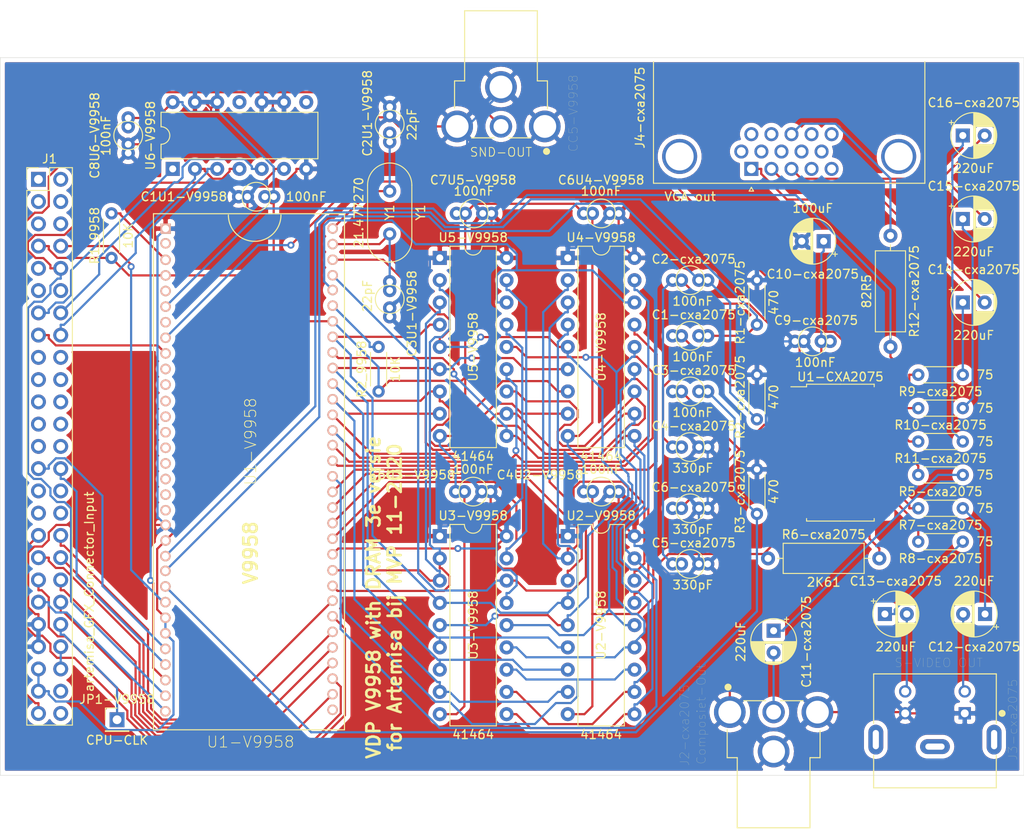
<source format=kicad_pcb>
(kicad_pcb (version 20211014) (generator pcbnew)
  (layers (0 "F.Cu" signal) (31 "B.Cu" signal) (34 "B.Paste" user "B.Plakken") (35 "F.Paste" user "F.Plakken") (36 "B.SilkS" user "B.Silkscreen") (37 "F.SilkS" user "F.Silkscreen") (38 "B.Mask" user) (39 "F.Mask" user "F. masker") (44 "Edge.Cuts" user))
  (net 0 "")
  (net 1 "Net-(C2U1-V9958-Pad2)")
  (net 2 "Net-(C3U1-V9958-Pad2)")
  (net 3 "Net-(J1-Pad50)")
  (net 4 "Net-(CC5-V9958-Pad1)")
  (net 5 "Net-(J1-Pad48)")
  (net 6 "Net-(J1-Pad44)")
  (net 7 "Net-(J1-Pad42)")
  (net 8 "CD6")
  (net 9 "CD7")
  (net 10 "CD4")
  (net 11 "CD5")
  (net 12 "CD2")
  (net 13 "CD3")
  (net 14 "CD0")
  (net 15 "CD1")
  (net 16 "Net-(J1-Pad32)")
  (net 17 "Net-(J1-Pad31)")
  (net 18 "Net-(J1-Pad30)")
  (net 19 "Net-(J1-Pad29)")
  (net 20 "M0")
  (net 21 "M1")
  (net 22 "Net-(J1-Pad26)")
  (net 23 "Net-(J1-Pad25)")
  (net 24 "Net-(J1-Pad24)")
  (net 25 "Net-(J1-Pad23)")
  (net 26 "Net-(J1-Pad22)")
  (net 27 "Net-(J1-Pad21)")
  (net 28 "Net-(J1-Pad20)")
  (net 29 "Net-(J1-Pad19)")
  (net 30 "Net-(J1-Pad18)")
  (net 31 "Net-(J1-Pad17)")
  (net 32 "Net-(J1-Pad16)")
  (net 33 "Net-(J1-Pad15)")
  (net 34 "Net-(J1-Pad14)")
  (net 35 "Net-(J1-Pad13)")
  (net 36 "Net-(J1-Pad12)")
  (net 37 "Net-(J1-Pad11)")
  (net 38 "Net-(J1-Pad10)")
  (net 39 "Net-(J1-Pad9)")
  (net 40 "Net-(J1-Pad8)")
  (net 41 "Net-(J1-Pad6)")
  (net 42 "Net-(J1-Pad5)")
  (net 43 "Net-(J1-Pad4)")
  (net 44 "Net-(J1-Pad3)")
  (net 45 "Net-(J1-Pad2)")
  (net 46 "Net-(J1-Pad1)")
  (net 47 "~{RAS}")
  (net 48 "~{CAS_0}")
  (net 49 "~{CAS_1}")
  (net 50 "R_W")
  (net 51 "A7")
  (net 52 "A6")
  (net 53 "A5")
  (net 54 "A4")
  (net 55 "A3")
  (net 56 "A2")
  (net 57 "A1")
  (net 58 "A0")
  (net 59 "D7")
  (net 60 "D6")
  (net 61 "D5")
  (net 62 "D4")
  (net 63 "D3")
  (net 64 "D2")
  (net 65 "D1")
  (net 66 "D0")
  (net 67 "Net-(U1-V9958-Pad33)")
  (net 68 "Net-(U1-V9958-Pad30)")
  (net 69 "Net-(U1-V9958-Pad19)")
  (net 70 "Net-(U1-V9958-Pad18)")
  (net 71 "Net-(U1-V9958-Pad17)")
  (net 72 "Net-(U1-V9958-Pad16)")
  (net 73 "Net-(U1-V9958-Pad15)")
  (net 74 "Net-(U1-V9958-Pad14)")
  (net 75 "Net-(U1-V9958-Pad13)")
  (net 76 "Net-(U1-V9958-Pad12)")
  (net 77 "Net-(U1-V9958-Pad11)")
  (net 78 "Net-(U1-V9958-Pad10)")
  (net 79 "Net-(U1-V9958-Pad7)")
  (net 80 "Net-(U1-V9958-Pad2)")
  (net 81 "Net-(U6-V9958-Pad8)")
  (net 82 "Net-(U6-V9958-Pad11)")
  (net 83 "Net-(R1_9958-Pad2)")
  (net 84 "Net-(R2_9958-Pad2)")
  (net 85 "Net-(C1-cxa2075-Pad1)")
  (net 86 "Net-(C11-cxa2075-Pad2)")
  (net 87 "Net-(C11-cxa2075-Pad1)")
  (net 88 "Net-(C12-cxa2075-Pad2)")
  (net 89 "Net-(C12-cxa2075-Pad1)")
  (net 90 "Net-(C13-cxa2075-Pad2)")
  (net 91 "Net-(C13-cxa2075-Pad1)")
  (net 92 "Net-(C14-cxa2075-Pad2)")
  (net 93 "Net-(C14-cxa2075-Pad1)")
  (net 94 "Net-(C15-cxa2075-Pad2)")
  (net 95 "Net-(C15-cxa2075-Pad1)")
  (net 96 "Net-(C16-cxa2075-Pad2)")
  (net 97 "Net-(C16-cxa2075-Pad1)")
  (net 98 "Net-(C2-cxa2075-Pad1)")
  (net 99 "Net-(C3-cxa2075-Pad1)")
  (net 100 "Net-(J4-cxa2075-Pad15)")
  (net 101 "Net-(J4-cxa2075-Pad14)")
  (net 102 "Net-(J4-cxa2075-Pad13)")
  (net 103 "Net-(J4-cxa2075-Pad12)")
  (net 104 "Net-(J4-cxa2075-Pad11)")
  (net 105 "Net-(J4-cxa2075-Pad10)")
  (net 106 "Net-(J4-cxa2075-Pad9)")
  (net 107 "Net-(J4-cxa2075-Pad8)")
  (net 108 "Net-(J4-cxa2075-Pad7)")
  (net 109 "Net-(J4-cxa2075-Pad6)")
  (net 110 "Net-(J4-cxa2075-Pad5)")
  (net 111 "Net-(J4-cxa2075-Pad4)")
  (net 112 "Net-(R10-cxa2075-Pad2)")
  (net 113 "Net-(R11-cxa2075-Pad2)")
  (net 114 "Net-(R5-cxa2075-Pad2)")
  (net 115 "Net-(R6-cxa2075-Pad2)")
  (net 116 "Net-(R7-cxa2075-Pad2)")
  (net 117 "Net-(R8-cxa2075-Pad2)")
  (net 118 "Net-(R9-cxa2075-Pad2)")
  (net 119 "Net-(U1-CXA2075-Pad18)")
  (net 120 "Net-(U1-CXA2075-Pad14)")
  (net 121 "Net-(U1-CXA2075-Pad13)")
  (net 122 "Net-(U1-CXA2075-Pad11)")
  (net 123 "Net-(U1-CXA2075-Pad9)")
  (net 124 "Net-(U1-CXA2075-Pad8)")
  (net 125 "Net-(U1-CXA2075-Pad5)")
  (net 126 "2<->cxa2075")
  (net 127 "7<->cxa2075")
  (net 128 "1<->cxa2075")
  (net 129 "3<->cxa2075")
  (net 130 "4<->cxa2075")
  (net 131 "6<->cxa2075")
  (net 132 "8<->cxa2075")
  (net 133 "5<->cxa2075")
  (footprint "v9958:C_dual_hole_radial" (layer "F.Cu") (at 114.3 68.58 180)
    (fp_text reference "C1U1-V9958")
    (fp_text value "100nF")
  )
  (footprint "v9958:C_dual_hole_radial" (layer "F.Cu") (at 129.54 60.325 -90)
    (fp_text reference "C2U1-V9958")
    (fp_text value "22pF")
  )
  (footprint "v9958:C_dual_hole_radial" (layer "F.Cu") (at 129.54 80.28 90)
    (fp_text reference "C3U1-V9958")
    (fp_text value "22pF")
  )
  (footprint "v9958:C_dual_hole_radial" (layer "F.Cu") (at 153.67 102.235)
    (fp_text reference "C4U2-V9958")
    (fp_text value "100nF")
  )
  (footprint "v9958:C_dual_hole_radial" (layer "F.Cu") (at 139.065 102.235)
    (fp_text reference "C5U3-V9958")
    (fp_text value "100nF")
  )
  (footprint "v9958:C_dual_hole_radial" (layer "F.Cu") (at 153.67 70.485)
    (fp_text reference "C6U4-V9958")
    (fp_text value "100nF")
  )
  (footprint "v9958:C_dual_hole_radial" (layer "F.Cu") (at 139.16 70.485)
    (fp_text reference "C7U5-V9958")
    (fp_text value "100nF")
  )
  (footprint "v9958:C_dual_hole_radial" (layer "F.Cu") (at 99.695 61.595 -90)
    (fp_text reference "C8U6-V9958")
    (fp_text value "100nF")
  )
  (footprint "v9958:CUI_RCJ-013" (layer "F.Cu") (at 142.24 54.61 -90)
    (fp_text reference "CC5-V9958")
    (fp_text value "SND-OUT")
  )
  (footprint "Connector_PinHeader_2.54mm:PinHeader_2x25_P2.54mm_Vertical" (layer "F.Cu") (at 89.455 66.595)
    (fp_text reference "J1")
    (fp_text value "artemisa_GFX_Connector_Input")
  )
  (footprint "v9958:DIP64-S" (layer "F.Cu") (at 113.03 96.52 -90)
    (fp_text reference "U1-V9958")
    (fp_text value "V9958")
  )
  (footprint "Package_DIP:DIP-18_W7.62mm" (layer "F.Cu") (at 149.86 107.315)
    (fp_text reference "U2-V9958")
    (fp_text value "41464")
  )
  (footprint "Package_DIP:DIP-18_W7.62mm" (layer "F.Cu") (at 135.255 107.315)
    (fp_text reference "U3-V9958")
    (fp_text value "41464")
  )
  (footprint "Package_DIP:DIP-18_W7.62mm" (layer "F.Cu") (at 149.86 75.565)
    (fp_text reference "U4-V9958")
    (fp_text value "41464")
  )
  (footprint "Package_DIP:DIP-18_W7.62mm" (layer "F.Cu") (at 135.255 75.565)
    (fp_text reference "U5-V9958")
    (fp_text value "41464")
  )
  (footprint "Package_DIP:DIP-14_W7.62mm" (layer "F.Cu") (at 104.775 65.405 90)
    (fp_text reference "U6-V9958")
    (fp_text value "74LS32")
  )
  (footprint "Crystal:Crystal_HC49-U_Vertical" (layer "F.Cu") (at 129.54 67.945 -90)
    (fp_text reference "Y1")
    (fp_text value "21.477270")
  )
  (footprint "Resistor_THT:R_Axial_DIN0204_L3.6mm_D1.6mm_P5.08mm_Horizontal" (layer "F.Cu") (at 97.79 75.565 90)
    (fp_text reference "R1_9958")
    (fp_text value "10K")
  )
  (footprint "Resistor_THT:R_Axial_DIN0204_L3.6mm_D1.6mm_P5.08mm_Horizontal" (layer "F.Cu") (at 128.27 90.805 90)
    (fp_text reference "R2_9958")
    (fp_text value "10K")
  )
  (footprint "Connector_PinHeader_2.54mm:PinHeader_1x01_P2.54mm_Vertical" (layer "F.Cu") (at 98.425 128.27)
    (fp_text reference "JP1-V9958")
    (fp_text value "CPU-CLK")
  )
  (footprint "v9958:C_dual_hole_radial" (layer "F.Cu") (at 163.83 84.455)
    (fp_text reference "C1-cxa2075")
    (fp_text value "100nF")
  )
  (footprint "Capacitor_THT:CP_Radial_D5.0mm_P2.50mm" (layer "F.Cu") (at 179.07 73.66 180)
    (fp_text reference "C10-cxa2075")
    (fp_text value "100uF")
  )
  (footprint "Capacitor_THT:CP_Radial_D5.0mm_P2.50mm" (layer "F.Cu") (at 173.355 118.11 -90)
    (fp_text reference "C11-cxa2075")
    (fp_text value "220uF")
  )
  (footprint "Capacitor_THT:CP_Radial_D5.0mm_P2.50mm" (layer "F.Cu") (at 197.485 116.205 180)
    (fp_text reference "C12-cxa2075")
    (fp_text value "220uF")
  )
  (footprint "Capacitor_THT:CP_Radial_D5.0mm_P2.50mm" (layer "F.Cu") (at 186.055 116.205)
    (fp_text reference "C13-cxa2075")
    (fp_text value "220uF")
  )
  (footprint "Capacitor_THT:CP_Radial_D5.0mm_P2.50mm" (layer "F.Cu") (at 194.945 80.645)
    (fp_text reference "C14-cxa2075")
    (fp_text value "220uF")
  )
  (footprint "Capacitor_THT:CP_Radial_D5.0mm_P2.50mm" (layer "F.Cu") (at 194.945 71.12)
    (fp_text reference "C15-cxa2075")
    (fp_text value "220uF")
  )
  (footprint "Capacitor_THT:CP_Radial_D5.0mm_P2.50mm" (layer "F.Cu") (at 194.945 61.595)
    (fp_text reference "C16-cxa2075")
    (fp_text value "220uF")
  )
  (footprint "v9958:C_dual_hole_radial" (layer "F.Cu") (at 163.83 78.105)
    (fp_text reference "C2-cxa2075")
    (fp_text value "100nF")
  )
  (footprint "v9958:C_dual_hole_radial" (layer "F.Cu") (at 163.83 90.805)
    (fp_text reference "C3-cxa2075")
    (fp_text value "100nF")
  )
  (footprint "v9958:C_dual_hole_radial" (layer "F.Cu") (at 163.83 97.155)
    (fp_text reference "C4-cxa2075")
    (fp_text value "330pF")
  )
  (footprint "v9958:C_dual_hole_radial" (layer "F.Cu") (at 163.83 110.49)
    (fp_text reference "C5-cxa2075")
    (fp_text value "330pF")
  )
  (footprint "v9958:C_dual_hole_radial" (layer "F.Cu") (at 163.83 104.14)
    (fp_text reference "C6-cxa2075")
    (fp_text value "330pF")
  )
  (footprint "v9958:C_dual_hole_radial" (layer "F.Cu") (at 177.8 85.09)
    (fp_text reference "C9-cxa2075")
    (fp_text value "100nF")
  )
  (footprint "v9958:CUI_RCJ-013" (layer "F.Cu") (at 173.355 133.35 90)
    (fp_text reference "J2-cxa2075")
    (fp_text value "Composiet-Out")
  )
  (footprint "v9958:CUI_MD-40SM" (layer "F.Cu") (at 191.77 129.54 180)
    (fp_text reference "J3-cxa2075")
    (fp_text value "S-VIDEO OUT")
  )
  (footprint "Connector_Dsub:DSUB-15-HD_Female_Horizontal_P2.29x1.98mm_EdgePinOffset8.35mm_Housed_MountingHolesOffset10.89mm" (layer "F.Cu") (at 170.815 65.405 180)
    (fp_text reference "J4-cxa2075")
    (fp_text value "VGA out")
  )
  (footprint "Resistor_THT:R_Axial_DIN0204_L3.6mm_D1.6mm_P5.08mm_Horizontal" (layer "F.Cu") (at 171.45 83.185 90)
    (fp_text reference "R1-cxa2075")
    (fp_text value "470")
  )
  (footprint "Resistor_THT:R_Axial_DIN0204_L3.6mm_D1.6mm_P5.08mm_Horizontal" (layer "F.Cu") (at 194.945 92.71 180)
    (fp_text reference "R10-cxa2075")
    (fp_text value "75")
  )
  (footprint "Resistor_THT:R_Axial_DIN0204_L3.6mm_D1.6mm_P5.08mm_Horizontal" (layer "F.Cu") (at 194.945 96.52 180)
    (fp_text reference "R11-cxa2075")
    (fp_text value "75")
  )
  (footprint "Resistor_THT:R_Axial_DIN0309_L9.0mm_D3.2mm_P12.70mm_Horizontal" (layer "F.Cu") (at 186.69 73.025 -90)
    (fp_text reference "R12-cxa2075")
    (fp_text value "82R5")
  )
  (footprint "Resistor_THT:R_Axial_DIN0204_L3.6mm_D1.6mm_P5.08mm_Horizontal" (layer "F.Cu") (at 171.45 93.98 90)
    (fp_text reference "R2-cxa2075")
    (fp_text value "470")
  )
  (footprint "Resistor_THT:R_Axial_DIN0204_L3.6mm_D1.6mm_P5.08mm_Horizontal" (layer "F.Cu") (at 171.45 104.775 90)
    (fp_text reference "R3-cxa2075")
    (fp_text value "470")
  )
  (footprint "Resistor_THT:R_Axial_DIN0204_L3.6mm_D1.6mm_P5.08mm_Horizontal" (layer "F.Cu") (at 194.945 100.33 180)
    (fp_text reference "R5-cxa2075")
    (fp_text value "75")
  )
  (footprint "Resistor_THT:R_Axial_DIN0309_L9.0mm_D3.2mm_P12.70mm_Horizontal" (layer "F.Cu") (at 172.72 109.855)
    (fp_text reference "R6-cxa2075")
    (fp_text value "2K61")
  )
  (footprint "Resistor_THT:R_Axial_DIN0204_L3.6mm_D1.6mm_P5.08mm_Horizontal" (layer "F.Cu") (at 194.945 104.14 180)
    (fp_text reference "R7-cxa2075")
    (fp_text value "75")
  )
  (footprint "Resistor_THT:R_Axial_DIN0204_L3.6mm_D1.6mm_P5.08mm_Horizontal" (layer "F.Cu") (at 194.945 107.95 180)
    (fp_text reference "R8-cxa2075")
    (fp_text value "75")
  )
  (footprint "Resistor_THT:R_Axial_DIN0204_L3.6mm_D1.6mm_P5.08mm_Horizontal" (layer "F.Cu") (at 194.945 88.9 180)
    (fp_text reference "R9-cxa2075")
    (fp_text value "75")
  )
  (footprint "Package_SO:SOP-24_7.5x15.4mm_P1.27mm" (layer "F.Cu") (at 180.975 97.79)
    (fp_text reference "U1-CXA2075")
    (fp_text value "CXA2075")
  )
  (gr_line (start 85.09 52.705) (end 201.93 52.705) (layer "Edge.Cuts") (width 0.05))
  (gr_line (start 85.09 134.62) (end 85.09 52.705) (layer "Edge.Cuts") (width 0.05))
  (gr_line (start 201.93 134.62) (end 85.09 134.62) (layer "Edge.Cuts") (width 0.05))
  (gr_line (start 201.93 52.705) (end 201.93 134.62) (layer "Edge.Cuts") (width 0.05))
  (gr_text "VDP V9958 with DRAM 3e versie\nfor Artemisa bij MVP 11-2020" (at 128.905 114.3 90) (layer "F.SilkS") (effects (font (size 1.5 1.5) (thickness 0.3))))
  (segment (start 127.2972 67.945) (end 129.54 67.945) (width 0.25) (layer "F.Cu") (net 1))
  (segment (start 123.03 72.2122) (end 127.2972 67.945) (width 0.25) (layer "F.Cu") (net 1))
  (segment (start 129.54 61.325) (end 129.54 62.325) (width 0.25) (layer "B.Cu") (net 1))
  (segment (start 129.54 67.945) (end 129.54 62.325) (width 0.25) (layer "B.Cu") (net 1))
  (segment (start 123.03 73.9902) (end 128.3748 73.9902) (width 0.25) (layer "F.Cu") (net 2))
  (segment (start 128.3748 73.9902) (end 129.54 72.825) (width 0.25) (layer "F.Cu") (net 2))
  (segment (start 129.54 79.28) (end 129.54 78.28) (width 0.25) (layer "B.Cu") (net 2))
  (segment (start 129.54 78.28) (end 129.54 72.825) (width 0.25) (layer "B.Cu") (net 2))
  (segment (start 142.24 60.56) (end 138.3313 56.6513) (width 0.25) (layer "F.Cu") (net 4))
  (segment (start 89.886 70.405) (end 89.0264 70.405) (width 0.25) (layer "F.Cu") (net 4))
  (segment (start 89.455 127.555) (end 89.455 126.3797) (width 0.25) (layer "F.Cu") (net 4))
  (segment (start 89.0877 126.3797) (end 89.455 126.3797) (width 0.25) (layer "F.Cu") (net 4))
  (segment (start 100.2562 56.6513) (end 90.6304 66.2771) (width 0.25) (layer "F.Cu") (net 4))
  (segment (start 90.6304 66.2771) (end 90.6304 69.6606) (width 0.25) (layer "F.Cu") (net 4))
  (segment (start 87.3402 124.6322) (end 89.0877 126.3797) (width 0.25) (layer "F.Cu") (net 4))
  (segment (start 90.6304 69.6606) (end 89.886 70.405) (width 0.25) (layer "F.Cu") (net 4))
  (segment (start 89.0264 70.405) (end 87.3402 72.0912) (width 0.25) (layer "F.Cu") (net 4))
  (segment (start 87.3402 72.0912) (end 87.3402 124.6322) (width 0.25) (layer "F.Cu") (net 4))
  (segment (start 138.3313 56.6513) (end 100.2562 56.6513) (width 0.25) (layer "F.Cu") (net 4))
  (segment (start 91.995 119.935) (end 91.995 122.475) (width 0.25) (layer "B.Cu") (net 6))
  (segment (start 92.3623 118.5703) (end 98.425 124.633) (width 0.25) (layer "B.Cu") (net 7))
  (segment (start 98.425 124.633) (end 98.425 128.27) (width 0.25) (layer "B.Cu") (net 7))
  (segment (start 91.995 117.395) (end 91.995 118.5703) (width 0.25) (layer "B.Cu") (net 7))
  (segment (start 91.995 118.5703) (end 92.3623 118.5703) (width 0.25) (layer "B.Cu") (net 7))
  (segment (start 100.0901 123.7579) (end 92.3625 116.0303) (width 0.25) (layer "F.Cu") (net 8))
  (segment (start 118.2799 130.0991) (end 102.8592 130.0991) (width 0.25) (layer "F.Cu") (net 8))
  (segment (start 100.501 127.7409) (end 100.501 126.2573) (width 0.25) (layer "F.Cu") (net 8))
  (segment (start 102.8592 130.0991) (end 100.501 127.7409) (width 0.25) (layer "F.Cu") (net 8))
  (segment (start 92.3625 116.0303) (end 91.995 116.0303) (width 0.25) (layer "F.Cu") (net 8))
  (segment (start 123.0198 125.3592) (end 118.2799 130.0991) (width 0.25) (layer "F.Cu") (net 8))
  (segment (start 91.995 114.855) (end 91.995 116.0303) (width 0.25) (layer "F.Cu") (net 8))
  (segment (start 100.0901 125.8464) (end 100.0901 123.7579) (width 0.25) (layer "F.Cu") (net 8))
  (segment (start 100.501 126.2573) (end 100.0901 125.8464) (width 0.25) (layer "F.Cu") (net 8))
  (segment (start 91.4382 116.0303) (end 92.6623 116.0303) (width 0.25) (layer "B.Cu") (net 9))
  (segment (start 92.6623 116.0303) (end 103.9419 127.3099) (width 0.25) (layer "B.Cu") (net 9))
  (segment (start 89.455 114.855) (end 90.6303 114.855) (width 0.25) (layer "B.Cu") (net 9))
  (segment (start 90.6303 114.855) (end 90.6303 115.2224) (width 0.25) (layer "B.Cu") (net 9))
  (segment (start 90.6303 115.2224) (end 91.4382 116.0303) (width 0.25) (layer "B.Cu") (net 9))
  (segment (start 100.9513 126.0707) (end 100.5405 125.6599) (width 0.25) (layer "F.Cu") (net 10))
  (segment (start 91.995 112.315) (end 91.995 113.4903) (width 0.25) (layer "F.Cu") (net 10))
  (segment (start 115.1738 129.6441) (end 103.0411 129.6441) (width 0.25) (layer "F.Cu") (net 10))
  (segment (start 103.0411 129.6441) (end 100.9513 127.5543) (width 0.25) (layer "F.Cu") (net 10))
  (segment (start 100.5405 125.6599) (end 100.5405 121.6685) (width 0.25) (layer "F.Cu") (net 10))
  (segment (start 123.0198 121.7981) (end 115.1738 129.6441) (width 0.25) (layer "F.Cu") (net 10))
  (segment (start 100.9513 127.5543) (end 100.9513 126.0707) (width 0.25) (layer "F.Cu") (net 10))
  (segment (start 100.5405 121.6685) (end 92.3623 113.4903) (width 0.25) (layer "F.Cu") (net 10))
  (segment (start 92.3623 113.4903) (end 91.995 113.4903) (width 0.25) (layer "F.Cu") (net 10))
  (segment (start 89.455 112.315) (end 89.455 113.4903) (width 0.25) (layer "F.Cu") (net 11))
  (segment (start 123.0198 123.5786) (end 123.9571 124.5159) (width 0.25) (layer "F.Cu") (net 11))
  (segment (start 89.8224 113.4903) (end 89.455 113.4903) (width 0.25) (layer "F.Cu") (net 11))
  (segment (start 100.0507 127.933) (end 100.0507 126.444) (width 0.25) (layer "F.Cu") (net 11))
  (segment (start 100.0507 126.444) (end 99.6004 125.9937) (width 0.25) (layer "F.Cu") (net 11))
  (segment (start 91.6535 118.7545) (end 90.6303 117.7313) (width 0.25) (layer "F.Cu") (net 11))
  (segment (start 99.6004 125.8481) (end 92.5068 118.7545) (width 0.25) (layer "F.Cu") (net 11))
  (segment (start 123.9571 127.5431) (end 120.8746 130.6256) (width 0.25) (layer "F.Cu") (net 11))
  (segment (start 123.9571 124.5159) (end 123.9571 127.5431) (width 0.25) (layer "F.Cu") (net 11))
  (segment (start 102.7433 130.6256) (end 100.0507 127.933) (width 0.25) (layer "F.Cu") (net 11))
  (segment (start 92.5068 118.7545) (end 91.6535 118.7545) (width 0.25) (layer "F.Cu") (net 11))
  (segment (start 120.8746 130.6256) (end 102.7433 130.6256) (width 0.25) (layer "F.Cu") (net 11))
  (segment (start 90.6303 114.2982) (end 89.8224 113.4903) (width 0.25) (layer "F.Cu") (net 11))
  (segment (start 99.6004 125.9937) (end 99.6004 125.8481) (width 0.25) (layer "F.Cu") (net 11))
  (segment (start 90.6303 117.7313) (end 90.6303 114.2982) (width 0.25) (layer "F.Cu") (net 11))
  (segment (start 103.3829 128.7061) (end 101.8519 127.1751) (width 0.25) (layer "F.Cu") (net 12))
  (segment (start 101.4411 125.2867) (end 101.4411 119.2211) (width 0.25) (layer "F.Cu") (net 12))
  (segment (start 112.5532 128.7061) (end 103.3829 128.7061) (width 0.25) (layer "F.Cu") (net 12))
  (segment (start 123.0198 118.2395) (end 112.5532 128.7061) (width 0.25) (layer "F.Cu") (net 12))
  (segment (start 101.8519 127.1751) (end 101.8519 125.6975) (width 0.25) (layer "F.Cu") (net 12))
  (segment (start 101.4411 119.2211) (end 91.995 109.775) (width 0.25) (layer "F.Cu") (net 12))
  (segment (start 101.8519 125.6975) (end 101.4411 125.2867) (width 0.25) (layer "F.Cu") (net 12))
  (segment (start 90.6303 110.1424) (end 90.6303 109.775) (width 0.25) (layer "F.Cu") (net 13))
  (segment (start 103.1982 129.1583) (end 101.4016 127.3617) (width 0.25) (layer "F.Cu") (net 13))
  (segment (start 100.9908 125.4733) (end 100.9908 119.6444) (width 0.25) (layer "F.Cu") (net 13))
  (segment (start 123.0198 120.0175) (end 113.879 129.1583) (width 0.25) (layer "F.Cu") (net 13))
  (segment (start 91.4382 110.9503) (end 90.6303 110.1424) (width 0.25) (layer "F.Cu") (net 13))
  (segment (start 101.4016 125.8841) (end 100.9908 125.4733) (width 0.25) (layer "F.Cu") (net 13))
  (segment (start 100.9908 119.6444) (end 92.2967 110.9503) (width 0.25) (layer "F.Cu") (net 13))
  (segment (start 89.455 109.775) (end 90.6303 109.775) (width 0.25) (layer "F.Cu") (net 13))
  (segment (start 92.2967 110.9503) (end 91.4382 110.9503) (width 0.25) (layer "F.Cu") (net 13))
  (segment (start 113.879 129.1583) (end 103.1982 129.1583) (width 0.25) (layer "F.Cu") (net 13))
  (segment (start 101.4016 127.3617) (end 101.4016 125.8841) (width 0.25) (layer "F.Cu") (net 13))
  (segment (start 123.0198 114.6785) (end 109.4426 128.2557) (width 0.25) (layer "F.Cu") (net 14))
  (segment (start 109.4426 128.2557) (end 103.5694 128.2557) (width 0.25) (layer "F.Cu") (net 14))
  (segment (start 101.9597 125.1684) (end 101.9597 118.0077) (width 0.25) (layer "F.Cu") (net 14))
  (segment (start 91.995 107.235) (end 91.995 108.4103) (width 0.25) (layer "F.Cu") (net 14))
  (segment (start 102.3022 125.5109) (end 101.9597 125.1684) (width 0.25) (layer "F.Cu") (net 14))
  (segment (start 102.3022 126.9885) (end 102.3022 125.5109) (width 0.25) (layer "F.Cu") (net 14))
  (segment (start 103.5694 128.2557) (end 102.3022 126.9885) (width 0.25) (layer "F.Cu") (net 14))
  (segment (start 101.9597 118.0077) (end 92.3623 108.4103) (width 0.25) (layer "F.Cu") (net 14))
  (segment (start 92.3623 108.4103) (end 91.995 108.4103) (width 0.25) (layer "F.Cu") (net 14))
  (segment (start 90.8196 120.4606) (end 91.564 121.205) (width 0.25) (layer "F.Cu") (net 15))
  (segment (start 87.7905 108.8995) (end 87.7905 117.4034) (width 0.25) (layer "F.Cu") (net 15))
  (segment (start 89.07 118.6829) (end 89.8948 118.6829) (width 0.25) (layer "F.Cu") (net 15))
  (segment (start 89.455 107.235) (end 87.7905 108.8995) (width 0.25) (layer "F.Cu") (net 15))
  (segment (start 99.6004 127.2475) (end 99.6004 128.1536) (width 0.25) (layer "F.Cu") (net 15))
  (segment (start 121.1107 131.0779) (end 124.4313 127.7573) (width 0.25) (layer "F.Cu") (net 15))
  (segment (start 93.5579 121.205) (end 99.6004 127.2475) (width 0.25) (layer "F.Cu") (net 15))
  (segment (start 87.7905 117.4034) (end 89.07 118.6829) (width 0.25) (layer "F.Cu") (net 15))
  (segment (start 99.6004 128.1536) (end 102.5247 131.0779) (width 0.25) (layer "F.Cu") (net 15))
  (segment (start 102.5247 131.0779) (end 121.1107 131.0779) (width 0.25) (layer "F.Cu") (net 15))
  (segment (start 124.4313 117.8705) (end 123.0198 116.459) (width 0.25) (layer "F.Cu") (net 15))
  (segment (start 89.8948 118.6829) (end 90.8196 119.6077) (width 0.25) (layer "F.Cu") (net 15))
  (segment (start 91.564 121.205) (end 93.5579 121.205) (width 0.25) (layer "F.Cu") (net 15))
  (segment (start 124.4313 127.7573) (end 124.4313 117.8705) (width 0.25) (layer "F.Cu") (net 15))
  (segment (start 90.8196 119.6077) (end 90.8196 120.4606) (width 0.25) (layer "F.Cu") (net 15))
  (segment (start 103.9419 121.9683) (end 93.8073 111.8337) (width 0.25) (layer "B.Cu") (net 20))
  (segment (start 91.995 99.615) (end 91.995 100.7903) (width 0.25) (layer "B.Cu") (net 20))
  (segment (start 92.3624 100.7903) (end 91.995 100.7903) (width 0.25) (layer "B.Cu") (net 20))
  (segment (start 93.8073 102.2352) (end 92.3624 100.7903) (width 0.25) (layer "B.Cu") (net 20))
  (segment (start 93.8073 111.8337) (end 93.8073 102.2352) (width 0.25) (layer "B.Cu") (net 20))
  (segment (start 90.6303 99.2477) (end 91.4454 98.4326) (width 0.25) (layer "B.Cu") (net 21))
  (segment (start 96.7585 102.7122) (end 96.7585 113.0043) (width 0.25) (layer "B.Cu") (net 21))
  (segment (start 92.4789 98.4326) (end 96.7585 102.7122) (width 0.25) (layer "B.Cu") (net 21))
  (segment (start 91.4454 98.4326) (end 92.4789 98.4326) (width 0.25) (layer "B.Cu") (net 21))
  (segment (start 90.6303 99.615) (end 90.6303 99.2477) (width 0.25) (layer "B.Cu") (net 21))
  (segment (start 96.7585 113.0043) (end 103.9419 120.1877) (width 0.25) (layer "B.Cu") (net 21))
  (segment (start 89.455 99.615) (end 90.6303 99.615) (width 0.25) (layer "B.Cu") (net 21))
  (segment (start 108.4403 65.6357) (end 109.3349 66.5303) (width 0.25) (layer "F.Cu") (net 32))
  (segment (start 110.4258 66.5303) (end 111.2697 65.6864) (width 0.25) (layer "F.Cu") (net 32))
  (segment (start 109.3349 66.5303) (end 110.4258 66.5303) (width 0.25) (layer "F.Cu") (net 32))
  (segment (start 108.4403 65.405) (end 108.4403 65.6357) (width 0.25) (layer "F.Cu") (net 32))
  (segment (start 112.395 65.405) (end 111.2697 65.405) (width 0.25) (layer "F.Cu") (net 32))
  (segment (start 107.315 65.405) (end 108.4403 65.405) (width 0.25) (layer "F.Cu") (net 32))
  (segment (start 111.2697 65.6864) (end 111.2697 65.405) (width 0.25) (layer "F.Cu") (net 32))
  (segment (start 107.315 66.5303) (end 100.5546 73.2907) (width 0.25) (layer "B.Cu") (net 32))
  (segment (start 107.315 65.405) (end 107.315 66.5303) (width 0.25) (layer "B.Cu") (net 32))
  (segment (start 100.5546 75.0074) (end 92.3623 83.1997) (width 0.25) (layer "B.Cu") (net 32))
  (segment (start 92.3623 83.1997) (end 91.995 83.1997) (width 0.25) (layer "B.Cu") (net 32))
  (segment (start 91.995 84.375) (end 91.995 83.1997) (width 0.25) (layer "B.Cu") (net 32))
  (segment (start 100.5546 73.2907) (end 100.5546 75.0074) (width 0.25) (layer "B.Cu") (net 32))
  (segment (start 103.0509 85.5503) (end 103.9622 86.4616) (width 0.25) (layer "F.Cu") (net 33))
  (segment (start 90.6303 84.375) (end 90.6303 84.7424) (width 0.25) (layer "F.Cu") (net 33))
  (segment (start 91.4382 85.5503) (end 103.0509 85.5503) (width 0.25) (layer "F.Cu") (net 33))
  (segment (start 90.6303 84.7424) (end 91.4382 85.5503) (width 0.25) (layer "F.Cu") (net 33))
  (segment (start 89.455 84.375) (end 90.6303 84.375) (width 0.25) (layer "F.Cu") (net 33))
  (segment (start 112.9658 64.2797) (end 113.8097 65.1236) (width 0.25) (layer "B.Cu") (net 34))
  (segment (start 106.823 64.2797) (end 112.9658 64.2797) (width 0.25) (layer "B.Cu") (net 34))
  (segment (start 105.3553 66.9339) (end 105.9004 66.3888) (width 0.25) (layer "B.Cu") (net 34))
  (segment (start 105.9004 65.2023) (end 106.823 64.2797) (width 0.25) (layer "B.Cu") (net 34))
  (segment (start 96.385 77.445) (end 96.385 75.4903) (width 0.25) (layer "B.Cu") (net 34))
  (segment (start 105.9004 66.3888) (end 105.9004 65.2023) (width 0.25) (layer "B.Cu") (net 34))
  (segment (start 113.8097 65.1236) (end 113.8097 65.405) (width 0.25) (layer "B.Cu") (net 34))
  (segment (start 91.995 81.835) (end 96.385 77.445) (width 0.25) (layer "B.Cu") (net 34))
  (segment (start 104.9414 66.9339) (end 105.3553 66.9339) (width 0.25) (layer "B.Cu") (net 34))
  (segment (start 114.935 65.405) (end 113.8097 65.405) (width 0.25) (layer "B.Cu") (net 34))
  (segment (start 96.385 75.4903) (end 104.9414 66.9339) (width 0.25) (layer "B.Cu") (net 34))
  (segment (start 89.455 81.835) (end 90.6303 81.835) (width 0.25) (layer "B.Cu") (net 35))
  (segment (start 90.6303 81.835) (end 90.6303 81.4676) (width 0.25) (layer "B.Cu") (net 35))
  (segment (start 93.1704 77.0096) (end 104.775 65.405) (width 0.25) (layer "B.Cu") (net 35))
  (segment (start 91.4382 80.6597) (end 92.3085 80.6597) (width 0.25) (layer "B.Cu") (net 35))
  (segment (start 90.6303 81.4676) (end 91.4382 80.6597) (width 0.25) (layer "B.Cu") (net 35))
  (segment (start 92.3085 80.6597) (end 93.1704 79.7978) (width 0.25) (layer "B.Cu") (net 35))
  (segment (start 93.1704 79.7978) (end 93.1704 77.0096) (width 0.25) (layer "B.Cu") (net 35))
  (segment (start 91.995 76.755) (end 90.8197 76.755) (width 0.25) (layer "F.Cu") (net 38))
  (segment (start 116.3497 65.6863) (end 116.3497 65.405) (width 0.25) (layer "F.Cu") (net 38))
  (segment (start 90.8197 76.755) (end 90.8197 76.3876) (width 0.25) (layer "F.Cu") (net 38))
  (segment (start 88.2468 73.7586) (end 89.0604 72.945) (width 0.25) (layer "F.Cu") (net 38))
  (segment (start 90.8197 76.3876) (end 90.0118 75.5797) (width 0.25) (layer "F.Cu") (net 38))
  (segment (start 88.2468 74.6974) (end 88.2468 73.7586) (width 0.25) (layer "F.Cu") (net 38))
  (segment (start 89.1291 75.5797) (end 88.2468 74.6974) (width 0.25) (layer "F.Cu") (net 38))
  (segment (start 89.0604 72.945) (end 92.4183 72.945) (width 0.25) (layer "F.Cu") (net 38))
  (segment (start 117.475 65.405) (end 116.3497 65.405) (width 0.25) (layer "F.Cu") (net 38))
  (segment (start 98.3827 66.9806) (end 115.0554 66.9806) (width 0.25) (layer "F.Cu") (net 38))
  (segment (start 115.0554 66.9806) (end 116.3497 65.6863) (width 0.25) (layer "F.Cu") (net 38))
  (segment (start 90.0118 75.5797) (end 89.1291 75.5797) (width 0.25) (layer "F.Cu") (net 38))
  (segment (start 92.4183 72.945) (end 98.3827 66.9806) (width 0.25) (layer "F.Cu") (net 38))
  (segment (start 88.2654 81.2666) (end 88.2654 100.1297) (width 0.25) (layer "B.Cu") (net 38))
  (segment (start 90.8196 101.8521) (end 90.8196 102.6806) (width 0.25) (layer "B.Cu") (net 38))
  (segment (start 93.1703 114.7577) (end 103.9419 125.5293) (width 0.25) (layer "B.Cu") (net 38))
  (segment (start 90.8196 102.6806) (end 91.564 103.425) (width 0.25) (layer "B.Cu") (net 38))
  (segment (start 92.4272 103.425) (end 93.1703 104.1681) (width 0.25) (layer "B.Cu") (net 38))
  (segment (start 90.8197 78.7382) (end 90.8197 79.6145) (width 0.25) (layer "B.Cu") (net 38))
  (segment (start 91.995 76.755) (end 91.995 77.9303) (width 0.25) (layer "B.Cu") (net 38))
  (segment (start 90.8197 79.6145) (end 89.8692 80.565) (width 0.25) (layer "B.Cu") (net 38))
  (segment (start 91.564 103.425) (end 92.4272 103.425) (width 0.25) (layer "B.Cu") (net 38))
  (segment (start 89.7578 100.7903) (end 90.8196 101.8521) (width 0.25) (layer "B.Cu") (net 38))
  (segment (start 91.995 77.9303) (end 91.6276 77.9303) (width 0.25) (layer "B.Cu") (net 38))
  (segment (start 91.6276 77.9303) (end 90.8197 78.7382) (width 0.25) (layer "B.Cu") (net 38))
  (segment (start 88.967 80.565) (end 88.2654 81.2666) (width 0.25) (layer "B.Cu") (net 38))
  (segment (start 89.8692 80.565) (end 88.967 80.565) (width 0.25) (layer "B.Cu") (net 38))
  (segment (start 88.926 100.7903) (end 89.7578 100.7903) (width 0.25) (layer "B.Cu") (net 38))
  (segment (start 88.2654 100.1297) (end 88.926 100.7903) (width 0.25) (layer "B.Cu") (net 38))
  (segment (start 93.1703 104.1681) (end 93.1703 114.7577) (width 0.25) (layer "B.Cu") (net 38))
  (segment (start 100.0282 76.3212) (end 100.0282 76.5616) (width 0.25) (layer "F.Cu") (net 40))
  (segment (start 91.995 74.215) (end 97.922 74.215) (width 0.25) (layer "F.Cu") (net 40))
  (segment (start 97.922 74.215) (end 100.0282 76.3212) (width 0.25) (layer "F.Cu") (net 40))
  (via (at 100.0282 76.5616) (size 0.8) (drill 0.4) (layers "F.Cu" "B.Cu") (net 40))
  (segment (start 103.9419 114.8486) (end 103.6969 114.8486) (width 0.25) (layer "B.Cu") (net 40))
  (segment (start 100.0282 111.1799) (end 100.0282 76.5616) (width 0.25) (layer "B.Cu") (net 40))
  (segment (start 103.6969 114.8486) (end 100.0282 111.1799) (width 0.25) (layer "B.Cu") (net 40))
  (segment (start 139.9241 84.5997) (end 147.6094 84.5997) (width 0.25) (layer "F.Cu") (net 47))
  (segment (start 135.0134 82.0034) (end 128.7807 75.7707) (width 0.25) (layer "F.Cu") (net 47))
  (segment (start 141.6583 116.3392) (end 141.5497 116.4478) (width 0.25) (layer "F.Cu") (net 47))
  (segment (start 135.255 84.5997) (end 135.5364 84.5997) (width 0.25) (layer "F.Cu") (net 47))
  (segment (start 135.255 85.725) (end 135.255 84.5997) (width 0.25) (layer "F.Cu") (net 47))
  (segment (start 147.5989 116.3392) (end 141.6583 116.3392) (width 0.25) (layer "F.Cu") (net 47))
  (segment (start 136.3803 83.7558) (end 136.3803 82.6375) (width 0.25) (layer "F.Cu") (net 47))
  (segment (start 149.86 117.475) (end 148.7347 117.475) (width 0.25) (layer "F.Cu") (net 47))
  (segment (start 135.7462 82.0034) (end 135.0134 82.0034) (width 0.25) (layer "F.Cu") (net 47))
  (segment (start 149.86 85.725) (end 148.7347 85.725) (width 0.25) (layer "F.Cu") (net 47))
  (segment (start 135.5364 84.5997) (end 136.3803 83.7558) (width 0.25) (layer "F.Cu") (net 47))
  (segment (start 148.7347 117.475) (end 147.5989 116.3392) (width 0.25) (layer "F.Cu") (net 47))
  (segment (start 128.7807 75.7707) (end 123.03 75.7707) (width 0.25) (layer "F.Cu") (net 47))
  (segment (start 136.3803 82.6375) (end 135.7462 82.0034) (width 0.25) (layer "F.Cu") (net 47))
  (segment (start 147.6094 84.5997) (end 148.7347 85.725) (width 0.25) (layer "F.Cu") (net 47))
  (via (at 139.9241 84.5997) (size 0.8) (drill 0.4) (layers "F.Cu" "B.Cu") (net 47))
  (via (at 141.5497 116.4478) (size 0.8) (drill 0.4) (layers "F.Cu" "B.Cu") (net 47))
  (segment (start 140.5225 117.475) (end 135.255 117.475) (width 0.25) (layer "B.Cu") (net 47))
  (segment (start 138.7988 85.725) (end 139.9241 84.5997) (width 0.25) (layer "B.Cu") (net 47))
  (segment (start 149.86 117.475) (end 149.86 116.3497) (width 0.25) (layer "B.Cu") (net 47))
  (segment (start 141.5497 116.4478) (end 140.5225 117.475) (width 0.25) (layer "B.Cu") (net 47))
  (segment (start 156.7636 101.6697) (end 156.7636 102.6868) (width 0.25) (layer "B.Cu") (net 47))
  (segment (start 152.173 107.2774) (end 152.173 114.318) (width 0.25) (layer "B.Cu") (net 47))
  (segment (start 153.8268 98.7329) (end 156.7636 101.6697) (width 0.25) (layer "B.Cu") (net 47))
  (segment (start 153.8268 90.5568) (end 153.8268 98.7329) (width 0.25) (layer "B.Cu") (net 47))
  (segment (start 150.1203 86.8503) (end 153.8268 90.5568) (width 0.25) (layer "B.Cu") (net 47))
  (segment (start 149.86 86.8503) (end 150.1203 86.8503) (width 0.25) (layer "B.Cu") (net 47))
  (segment (start 135.255 85.725) (end 138.7988 85.725) (width 0.25) (layer "B.Cu") (net 47))
  (segment (start 152.173 114.318) (end 150.1413 116.3497) (width 0.25) (layer "B.Cu") (net 47))
  (segment (start 149.86 85.725) (end 149.86 86.8503) (width 0.25) (layer "B.Cu") (net 47))
  (segment (start 156.7636 102.6868) (end 152.173 107.2774) (width 0.25) (layer "B.Cu") (net 47))
  (segment (start 150.1413 116.3497) (end 149.86 116.3497) (width 0.25) (layer "B.Cu") (net 47))
  (segment (start 142.875 112.395) (end 144.0003 112.395) (width 0.25) (layer "F.Cu") (net 48))
  (segment (start 150.5235 101.8437) (end 151.2596 101.1076) (width 0.25) (layer "F.Cu") (net 48))
  (segment (start 158.6053 110.4258) (end 157.7614 111.2697) (width 0.25) (layer "F.Cu") (net 48))
  (segment (start 150.3732 113.5302) (end 151.9311 111.9723) (width 0.25) (layer "F.Cu") (net 48))
  (segment (start 150.5235 103.236) (end 150.5235 101.8437) (width 0.25) (layer "F.Cu") (net 48))
  (segment (start 158.6053 103.632) (end 158.6053 110.4258) (width 0.25) (layer "F.Cu") (net 48))
  (segment (start 145.1355 113.5302) (end 150.3732 113.5302) (width 0.25) (layer "F.Cu") (net 48))
  (segment (start 156.0809 101.1076) (end 158.6053 103.632) (width 0.25) (layer "F.Cu") (net 48))
  (segment (start 144.0003 112.395) (end 145.1355 113.5302) (width 0.25) (layer "F.Cu") (net 48))
  (segment (start 157.7614 111.2697) (end 157.48 111.2697) (width 0.25) (layer "F.Cu") (net 48))
  (segment (start 151.9311 111.9723) (end 151.9311 104.6436) (width 0.25) (layer "F.Cu") (net 48))
  (segment (start 151.9311 104.6436) (end 150.5235 103.236) (width 0.25) (layer "F.Cu") (net 48))
  (segment (start 157.48 112.395) (end 157.48 111.2697) (width 0.25) (layer "F.Cu") (net 48))
  (segment (start 151.2596 101.1076) (end 156.0809 101.1076) (width 0.25) (layer "F.Cu") (net 48))
  (segment (start 140.6244 113.5203) (end 141.7497 112.395) (width 0.25) (layer "B.Cu") (net 48))
  (segment (start 132.7899 111.5281) (end 134.7821 113.5203) (width 0.25) (layer "B.Cu") (net 48))
  (segment (start 142.875 112.395) (end 141.7497 112.395) (width 0.25) (layer "B.Cu") (net 48))
  (segment (start 123.03 77.5513) (end 132.7899 87.3112) (width 0.25) (layer "B.Cu") (net 48))
  (segment (start 132.7899 87.3112) (end 132.7899 111.5281) (width 0.25) (layer "B.Cu") (net 48))
  (segment (start 134.7821 113.5203) (end 140.6244 113.5203) (width 0.25) (layer "B.Cu") (net 48))
  (segment (start 142.875 80.645) (end 141.7497 80.645) (width 0.25) (layer "B.Cu") (net 49))
  (segment (start 141.7497 77.5567) (end 141.7497 80.645) (width 0.25) (layer "B.Cu") (net 49))
  (segment (start 123.03 79.2302) (end 122.06 78.2602) (width 0.25) (layer "B.Cu") (net 49))
  (segment (start 144.0426 75.1302) (end 144.0426 76.9796) (width 0.25) (layer "B.Cu") (net 49))
  (segment (start 152.6893 76.9796) (end 144.0426 76.9796) (width 0.25) (layer "B.Cu") (net 49))
  (segment (start 156.3547 80.645) (end 152.6893 76.9796) (width 0.25) (layer "B.Cu") (net 49))
  (segment (start 129.8009 71.2817) (end 132.5204 74.0012) (width 0.25) (layer "B.Cu") (net 49))
  (segment (start 142.9136 74.0012) (end 144.0426 75.1302) (width 0.25) (layer "B.Cu") (net 49))
  (segment (start 122.06 71.8705) (end 122.6488 71.2817) (width 0.25) (layer "B.Cu") (net 49))
  (segment (start 142.3268 76.9796) (end 141.7497 77.5567) (width 0.25) (layer "B.Cu") (net 49))
  (segment (start 144.0426 76.9796) (end 142.3268 76.9796) (width 0.25) (layer "B.Cu") (net 49))
  (segment (start 122.6488 71.2817) (end 129.8009 71.2817) (width 0.25) (layer "B.Cu") (net 49))
  (segment (start 132.5204 74.0012) (end 142.9136 74.0012) (width 0.25) (layer "B.Cu") (net 49))
  (segment (start 122.06 78.2602) (end 122.06 71.8705) (width 0.25) (layer "B.Cu") (net 49))
  (segment (start 157.48 80.645) (end 156.3547 80.645) (width 0.25) (layer "B.Cu") (net 49))
  (segment (start 123.03 84.5718) (end 132.7429 84.5718) (width 0.25) (layer "F.Cu") (net 50))
  (segment (start 135.255 83.185) (end 134.1297 83.185) (width 0.25) (layer "F.Cu") (net 50))
  (segment (start 132.7429 84.5718) (end 134.1297 83.185) (width 0.25) (layer "F.Cu") (net 50))
  (segment (start 125.097 86.6388) (end 125.097 89.082) (width 0.25) (layer "B.Cu") (net 50))
  (segment (start 149.86 114.935) (end 149.86 113.8097) (width 0.25) (layer "B.Cu") (net 50))
  (segment (start 150.9853 112.9658) (end 150.9853 109.3669) (width 0.25) (layer "B.Cu") (net 50))
  (segment (start 127.5794 107.2594) (end 135.255 114.935) (width 0.25) (layer "B.Cu") (net 50))
  (segment (start 148.7347 114.935) (end 147.6094 116.0603) (width 0.25) (layer "B.Cu") (net 50))
  (segment (start 149.86 83.185) (end 149.86 84.3103) (width 0.25) (layer "B.Cu") (net 50))
  (segment (start 147.6094 116.0603) (end 142.188 116.0603) (width 0.25) (layer "B.Cu") (net 50))
  (segment (start 150.1414 113.8097) (end 150.9853 112.9658) (width 0.25) (layer "B.Cu") (net 50))
  (segment (start 142.188 116.0603) (end 141.0627 114.935) (width 0.25) (layer "B.Cu") (net 50))
  (segment (start 135.255 114.935) (end 136.3803 114.935) (width 0.25) (layer "B.Cu") (net 50))
  (segment (start 150.9853 109.3669) (end 150.0588 108.4404) (width 0.25) (layer "B.Cu") (net 50))
  (segment (start 148.7346 108.2497) (end 148.7346 85.1544) (width 0.25) (layer "B.Cu") (net 50))
  (segment (start 149.5787 84.3103) (end 149.86 84.3103) (width 0.25) (layer "B.Cu") (net 50))
  (segment (start 123.03 84.5718) (end 125.097 86.6388) (width 0.25) (layer "B.Cu") (net 50))
  (segment (start 125.097 89.082) (end 127.5794 91.5644) (width 0.25) (layer "B.Cu") (net 50))
  (segment (start 149.86 114.935) (end 148.7347 114.935) (width 0.25) (layer "B.Cu") (net 50))
  (segment (start 150.0588 108.4404) (end 148.9253 108.4404) (width 0.25) (layer "B.Cu") (net 50))
  (segment (start 127.5794 91.5644) (end 127.5794 107.2594) (width 0.25) (layer "B.Cu") (net 50))
  (segment (start 149.86 113.8097) (end 150.1414 113.8097) (width 0.25) (layer "B.Cu") (net 50))
  (segment (start 141.0627 114.935) (end 136.3803 114.935) (width 0.25) (layer "B.Cu") (net 50))
  (segment (start 148.9253 108.4404) (end 148.7346 108.2497) (width 0.25) (layer "B.Cu") (net 50))
  (segment (start 148.7346 85.1544) (end 149.5787 84.3103) (width 0.25) (layer "B.Cu") (net 50))
  (segment (start 146.5003 98.385) (end 153.8547 98.385) (width 0.25) (layer "F.Cu") (net 51))
  (segment (start 157.48 95.885) (end 156.3547 95.885) (width 0.25) (layer "F.Cu") (net 51))
  (segment (start 123.03 86.3524) (end 123.6726 86.995) (width 0.25) (layer "F.Cu") (net 51))
  (segment (start 145.5906 129.2253) (end 144.0003 127.635) (width 0.25) (layer "F.Cu") (net 51))
  (segment (start 156.3547 127.635) (end 154.7644 129.2253) (width 0.25) (layer "F.Cu") (net 51))
  (segment (start 144.0003 95.885) (end 146.5003 98.385) (width 0.25) (layer "F.Cu") (net 51))
  (segment (start 157.48 127.635) (end 156.3547 127.635) (width 0.25) (layer "F.Cu") (net 51))
  (segment (start 136.8698 88.2816) (end 136.8698 88.8065) (width 0.25) (layer "F.Cu") (net 51))
  (segment (start 123.6726 86.995) (end 135.5832 86.995) (width 0.25) (layer "F.Cu") (net 51))
  (segment (start 153.8547 98.385) (end 156.3547 95.885) (width 0.25) (layer "F.Cu") (net 51))
  (segment (start 135.5832 86.995) (end 136.8698 88.2816) (width 0.25) (layer "F.Cu") (net 51))
  (segment (start 142.875 127.635) (end 144.0003 127.635) (width 0.25) (layer "F.Cu") (net 51))
  (segment (start 142.875 95.885) (end 144.0003 95.885) (width 0.25) (layer "F.Cu") (net 51))
  (segment (start 154.7644 129.2253) (end 145.5906 129.2253) (width 0.25) (layer "F.Cu") (net 51))
  (via (at 136.8698 88.8065) (size 0.8) (drill 0.4) (layers "F.Cu" "B.Cu") (net 51))
  (segment (start 157.09 111.125) (end 157.8247 111.125) (width 0.25) (layer "B.Cu") (net 51))
  (segment (start 155.897 109.932) (end 157.09 111.125) (width 0.25) (layer "B.Cu") (net 51))
  (segment (start 155.897 106.5163) (end 155.897 109.932) (width 0.25) (layer "B.Cu") (net 51))
  (segment (start 159.5217 112.822) (end 159.5217 124.7493) (width 0.25) (layer "B.Cu") (net 51))
  (segment (start 142.875 94.7597) (end 142.6888 94.7597) (width 0.25) (layer "B.Cu") (net 51))
  (segment (start 158.6052 103.8081) (end 155.897 106.5163) (width 0.25) (layer "B.Cu") (net 51))
  (segment (start 158.6052 98.1355) (end 158.6052 103.8081) (width 0.25) (layer "B.Cu") (net 51))
  (segment (start 157.48 97.0103) (end 158.6052 98.1355) (width 0.25) (layer "B.Cu") (net 51))
  (segment (start 157.8247 111.125) (end 159.5217 112.822) (width 0.25) (layer "B.Cu") (net 51))
  (segment (start 142.875 95.885) (end 142.875 94.7597) (width 0.25) (layer "B.Cu") (net 51))
  (segment (start 136.8698 88.9407) (end 136.8698 88.8065) (width 0.25) (layer "B.Cu") (net 51))
  (segment (start 157.48 95.885) (end 157.48 97.0103) (width 0.25) (layer "B.Cu") (net 51))
  (segment (start 157.7613 126.5097) (end 157.48 126.5097) (width 0.25) (layer "B.Cu") (net 51))
  (segment (start 159.5217 124.7493) (end 157.7613 126.5097) (width 0.25) (layer "B.Cu") (net 51))
  (segment (start 142.6888 94.7597) (end 136.8698 88.9407) (width 0.25) (layer "B.Cu") (net 51))
  (segment (start 157.48 127.635) (end 157.48 126.5097) (width 0.25) (layer "B.Cu") (net 51))
  (segment (start 123.03 88.1304) (end 133.9951 88.1304) (width 0.25) (layer "F.Cu") (net 52))
  (segment (start 135.255 88.265) (end 134.1297 88.265) (width 0.25) (layer "F.Cu") (net 52))
  (segment (start 149.86 88.265) (end 144.9117 88.265) (width 0.25) (layer "F.Cu") (net 52))
  (segment (start 143.6417 86.995) (end 138.9118 86.995) (width 0.25) (layer "F.Cu") (net 52))
  (segment (start 144.9117 88.265) (end 143.6417 86.995) (width 0.25) (layer "F.Cu") (net 52))
  (segment (start 133.9951 88.1304) (end 134.1297 88.265) (width 0.25) (layer "F.Cu") (net 52))
  (via (at 138.9118 86.995) (size 0.8) (drill 0.4) (layers "F.Cu" "B.Cu") (net 52))
  (segment (start 134.9737 118.8897) (end 135.255 118.8897) (width 0.25) (layer "B.Cu") (net 52))
  (segment (start 148.7347 120.015) (end 147.6094 118.8897) (width 0.25) (layer "B.Cu") (net 52))
  (segment (start 135.255 88.265) (end 136.3803 88.265) (width 0.25) (layer "B.Cu") (net 52))
  (segment (start 123.03 88.1304) (end 127.0201 92.1205) (width 0.25) (layer "B.Cu") (net 52))
  (segment (start 136.3803 88.265) (end 137.6503 86.995) (width 0.25) (layer "B.Cu") (net 52))
  (segment (start 137.6503 86.995) (end 138.9118 86.995) (width 0.25) (layer "B.Cu") (net 52))
  (segment (start 127.0201 92.1205) (end 127.0201 110.9361) (width 0.25) (layer "B.Cu") (net 52))
  (segment (start 127.0201 110.9361) (end 134.9737 118.8897) (width 0.25) (layer "B.Cu") (net 52))
  (segment (start 147.6094 118.8897) (end 135.255 118.8897) (width 0.25) (layer "B.Cu") (net 52))
  (segment (start 135.255 120.015) (end 135.255 118.8897) (width 0.25) (layer "B.Cu") (net 52))
  (segment (start 149.86 120.015) (end 148.7347 120.015) (width 0.25) (layer "B.Cu") (net 52))
  (segment (start 133.0689 91.8658) (end 134.1297 90.805) (width 0.25) (layer "F.Cu") (net 53))
  (segment (start 136.3803 92.7742) (end 135.5364 91.9303) (width 0.25) (layer "F.Cu") (net 53))
  (segment (start 135.255 90.805) (end 134.1297 90.805) (width 0.25) (layer "F.Cu") (net 53))
  (segment (start 135.5364 91.9303) (end 135.255 91.9303) (width 0.25) (layer "F.Cu") (net 53))
  (segment (start 139.0443 93.0101) (end 139.0443 94.1018) (width 0.25) (layer "F.Cu") (net 53))
  (segment (start 136.1267 97.0194) (end 134.7233 97.0194) (width 0.25) (layer "F.Cu") (net 53))
  (segment (start 135.255 90.805) (end 135.255 91.9303) (width 0.25) (layer "F.Cu") (net 53))
  (segment (start 124.9849 91.8658) (end 133.0689 91.8658) (width 0.25) (layer "F.Cu") (net 53))
  (segment (start 149.86 90.805) (end 148.7347 90.805) (width 0.25) (layer "F.Cu") (net 53))
  (segment (start 148.7347 90.805) (end 147.5518 89.6221) (width 0.25) (layer "F.Cu") (net 53))
  (segment (start 142.4323 89.6221) (end 139.0443 93.0101) (width 0.25) (layer "F.Cu") (net 53))
  (segment (start 134.1296 95.4129) (end 134.9275 94.615) (width 0.25) (layer "F.Cu") (net 53))
  (segment (start 134.1296 96.4257) (end 134.1296 95.4129) (width 0.25) (layer "F.Cu") (net 53))
  (segment (start 136.3803 93.8205) (end 136.3803 92.7742) (width 0.25) (layer "F.Cu") (net 53))
  (segment (start 134.7233 97.0194) (end 134.1296 96.4257) (width 0.25) (layer "F.Cu") (net 53))
  (segment (start 134.9275 94.615) (end 135.5858 94.615) (width 0.25) (layer "F.Cu") (net 53))
  (segment (start 147.5518 89.6221) (end 142.4323 89.6221) (width 0.25) (layer "F.Cu") (net 53))
  (segment (start 135.5858 94.615) (end 136.3803 93.8205) (width 0.25) (layer "F.Cu") (net 53))
  (segment (start 139.0443 94.1018) (end 136.1267 97.0194) (width 0.25) (layer "F.Cu") (net 53))
  (segment (start 123.03 89.9109) (end 124.9849 91.8658) (width 0.25) (layer "F.Cu") (net 53))
  (segment (start 149.86 122.555) (end 144.714 122.555) (width 0.25) (layer "B.Cu") (net 53))
  (segment (start 126.5152 93.3961) (end 126.5152 112.8947) (width 0.25) (layer "B.Cu") (net 53))
  (segment (start 123.03 89.9109) (end 126.5152 93.3961) (width 0.25) (layer "B.Cu") (net 53))
  (segment (start 126.5152 112.8947) (end 135.0502 121.4297) (width 0.25) (layer "B.Cu") (net 53))
  (segment (start 143.5887 121.4297) (end 135.255 121.4297) (width 0.25) (layer "B.Cu") (net 53))
  (segment (start 144.714 122.555) (end 143.5887 121.4297) (width 0.25) (layer "B.Cu") (net 53))
  (segment (start 135.255 122.555) (end 135.255 121.4297) (width 0.25) (layer "B.Cu") (net 53))
  (segment (start 135.0502 121.4297) (end 135.255 121.4297) (width 0.25) (layer "B.Cu") (net 53))
  (segment (start 141.5855 92.2118) (end 143.504 92.2118) (width 0.25) (layer "F.Cu") (net 54))
  (segment (start 143.504 92.2118) (end 144.6372 93.345) (width 0.25) (layer "F.Cu") (net 54))
  (segment (start 144.6372 93.345) (end 149.86 93.345) (width 0.25) (layer "F.Cu") (net 54))
  (segment (start 123.03 91.6915) (end 124.6835 93.345) (width 0.25) (layer "F.Cu") (net 54))
  (segment (start 134.487 97.4704) (end 136.3269 97.4704) (width 0.25) (layer "F.Cu") (net 54))
  (segment (start 133.6507 93.345) (end 133.6507 96.6341) (width 0.25) (layer "F.Cu") (net 54))
  (segment (start 133.6507 93.345) (end 135.255 93.345) (width 0.25) (layer "F.Cu") (net 54))
  (segment (start 124.6835 93.345) (end 133.6507 93.345) (width 0.25) (layer "F.Cu") (net 54))
  (segment (start 136.3269 97.4704) (end 141.5855 92.2118) (width 0.25) (layer "F.Cu") (net 54))
  (segment (start 133.6507 96.6341) (end 134.487 97.4704) (width 0.25) (layer "F.Cu") (net 54))
  (segment (start 148.7347 125.095) (end 147.6094 126.2203) (width 0.25) (layer "B.Cu") (net 54))
  (segment (start 135.255 123.9697) (end 134.9737 123.9697) (width 0.25) (layer "B.Cu") (net 54))
  (segment (start 125.5149 94.1764) (end 123.03 91.6915) (width 0.25) (layer "B.Cu") (net 54))
  (segment (start 135.255 125.095) (end 135.255 123.9697) (width 0.25) (layer "B.Cu") (net 54))
  (segment (start 149.86 125.095) (end 148.7347 125.095) (width 0.25) (layer "B.Cu") (net 54))
  (segment (start 137.5056 126.2203) (end 136.3803 125.095) (width 0.25) (layer "B.Cu") (net 54))
  (segment (start 135.8177 125.095) (end 135.255 125.095) (width 0.25) (layer "B.Cu") (net 54))
  (segment (start 135.8177 125.095) (end 136.3803 125.095) (width 0.25) (layer "B.Cu") (net 54))
  (segment (start 134.9737 123.9697) (end 125.5149 114.5109) (width 0.25) (layer "B.Cu") (net 54))
  (segment (start 125.5149 114.5109) (end 125.5149 94.1764) (width 0.25) (layer "B.Cu") (net 54))
  (segment (start 147.6094 126.2203) (end 137.5056 126.2203) (width 0.25) (layer "B.Cu") (net 54))
  (segment (start 127.4685 97.9207) (end 137.174 97.9207) (width 0.25) (layer "F.Cu") (net 55))
  (segment (start 137.174 97.9207) (end 141.7497 93.345) (width 0.25) (layer "F.Cu") (net 55))
  (segment (start 142.875 93.345) (end 144.0003 93.345) (width 0.25) (layer "F.Cu") (net 55))
  (segment (start 142.875 125.095) (end 144.0003 125.095) (width 0.25) (layer "F.Cu") (net 55))
  (segment (start 152.2236 97.4761) (end 156.3547 93.345) (width 0.25) (layer "F.Cu") (net 55))
  (segment (start 142.875 93.345) (end 141.7497 93.345) (width 0.25) (layer "F.Cu") (net 55))
  (segment (start 147.6764 128.7711) (end 144.0003 125.095) (width 0.25) (layer "F.Cu") (net 55))
  (segment (start 148.1314 97.4761) (end 152.2236 97.4761) (width 0.25) (layer "F.Cu") (net 55))
  (segment (start 157.48 125.095) (end 156.3547 125.095) (width 0.25) (layer "F.Cu") (net 55))
  (segment (start 156.3547 125.095) (end 152.6786 128.7711) (width 0.25) (layer "F.Cu") (net 55))
  (segment (start 144.0003 93.345) (end 148.1314 97.4761) (width 0.25) (layer "F.Cu") (net 55))
  (segment (start 152.6786 128.7711) (end 147.6764 128.7711) (width 0.25) (layer "F.Cu") (net 55))
  (segment (start 157.48 93.345) (end 156.3547 93.345) (width 0.25) (layer "F.Cu") (net 55))
  (segment (start 123.0198 93.472) (end 127.4685 97.9207) (width 0.25) (layer "F.Cu") (net 55))
  (segment (start 157.7613 123.9697) (end 157.48 123.9697) (width 0.25) (layer "B.Cu") (net 55))
  (segment (start 158.1548 98.6017) (end 158.1548 103.5603) (width 0.25) (layer "B.Cu") (net 55))
  (segment (start 156.1028 112.6291) (end 157.1387 113.665) (width 0.25) (layer "B.Cu") (net 55))
  (segment (start 157.48 93.345) (end 157.48 94.4703) (width 0.25) (layer "B.Cu") (net 55))
  (segment (start 156.3465 96.7934) (end 158.1548 98.6017) (width 0.25) (layer "B.Cu") (net 55))
  (segment (start 157.48 94.4703) (end 157.1987 94.4703) (width 0.25) (layer "B.Cu") (net 55))
  (segment (start 158.1548 103.5603) (end 155.4466 106.2685) (width 0.25) (layer "B.Cu") (net 55))
  (segment (start 159.0713 114.8642) (end 159.0713 122.6597) (width 0.25) (layer "B.Cu") (net 55))
  (segment (start 157.1387 113.665) (end 157.8721 113.665) (width 0.25) (layer "B.Cu") (net 55))
  (segment (start 155.4466 106.2685) (end 155.4466 110.1925) (width 0.25) (layer "B.Cu") (net 55))
  (segment (start 159.0713 122.6597) (end 157.7613 123.9697) (width 0.25) (layer "B.Cu") (net 55))
  (segment (start 156.3465 95.3225) (end 156.3465 96.7934) (width 0.25) (layer "B.Cu") (net 55))
  (segment (start 157.48 125.095) (end 157.48 123.9697) (width 0.25) (layer "B.Cu") (net 55))
  (segment (start 155.4466 110.1925) (end 156.1028 110.8487) (width 0.25) (layer "B.Cu") (net 55))
  (segment (start 157.8721 113.665) (end 159.0713 114.8642) (width 0.25) (layer "B.Cu") (net 55))
  (segment (start 157.1987 94.4703) (end 156.3465 95.3225) (width 0.25) (layer "B.Cu") (net 55))
  (segment (start 156.1028 110.8487) (end 156.1028 112.6291) (width 0.25) (layer "B.Cu") (net 55))
  (segment (start 151.0127 93.784) (end 151.0127 92.8998) (width 0.25) (layer "F.Cu") (net 56))
  (segment (start 148.7117 96.4259) (end 148.7117 95.3911) (width 0.25) (layer "F.Cu") (net 56))
  (segment (start 157.9069 94.615) (end 158.6512 93.8707) (width 0.25) (layer "F.Cu") (net 56))
  (segment (start 123.0198 95.25) (end 126.1408 98.371) (width 0.25) (layer "F.Cu") (net 56))
  (segment (start 148.7117 95.3911) (end 149.4878 94.615) (width 0.25) (layer "F.Cu") (net 56))
  (segment (start 157.48 90.805) (end 157.48 91.3532) (width 0.25) (layer "F.Cu") (net 56))
  (segment (start 137.8537 98.371) (end 141.5019 94.7228) (width 0.25) (layer "F.Cu") (net 56))
  (segment (start 153.6301 97.9347) (end 156.9498 94.615) (width 0.25) (layer "F.Cu") (net 56))
  (segment (start 158.6512 92.5244) (end 157.48 91.3532) (width 0.25) (layer "F.Cu") (net 56))
  (segment (start 151.8074 97.0258) (end 149.3116 97.0258) (width 0.25) (layer "F.Cu") (net 56))
  (segment (start 151.0127 92.8998) (end 150.0432 91.9303) (width 0.25) (layer "F.Cu") (net 56))
  (segment (start 142.875 90.805) (end 144.0003 90.805) (width 0.25) (layer "F.Cu") (net 56))
  (segment (start 150.0432 91.9303) (end 145.1256 91.9303) (width 0.25) (layer "F.Cu") (net 56))
  (segment (start 157.48 91.3532) (end 151.8074 97.0258) (width 0.25) (layer "F.Cu") (net 56))
  (segment (start 156.9498 94.615) (end 157.9069 94.615) (width 0.25) (layer "F.Cu") (net 56))
  (segment (start 149.4878 94.615) (end 150.1817 94.615) (width 0.25) (layer "F.Cu") (net 56))
  (segment (start 150.1817 94.615) (end 151.0127 93.784) (width 0.25) (layer "F.Cu") (net 56))
  (segment (start 147.3115 97.9347) (end 153.6301 97.9347) (width 0.25) (layer "F.Cu") (net 56))
  (segment (start 144.0996 94.7228) (end 147.3115 97.9347) (width 0.25) (layer "F.Cu") (net 56))
  (segment (start 145.1256 91.9303) (end 144.0003 90.805) (width 0.25) (layer "F.Cu") (net 56))
  (segment (start 141.5019 94.7228) (end 144.0996 94.7228) (width 0.25) (layer "F.Cu") (net 56))
  (segment (start 158.6512 93.8707) (end 158.6512 92.5244) (width 0.25) (layer "F.Cu") (net 56))
  (segment (start 126.1408 98.371) (end 137.8537 98.371) (width 0.25) (layer "F.Cu") (net 56))
  (segment (start 149.3116 97.0258) (end 148.7117 96.4259) (width 0.25) (layer "F.Cu") (net 56))
  (segment (start 146.1106 128.762) (end 148.5076 126.365) (width 0.25) (layer "B.Cu") (net 56))
  (segment (start 156.3547 122.555) (end 155.2294 123.6803) (width 0.25) (layer "B.Cu") (net 56))
  (segment (start 148.5076 126.365) (end 150.2111 126.365) (width 0.25) (layer "B.Cu") (net 56))
  (segment (start 155.2294 123.6803) (end 150.9854 123.6803) (width 0.25) (layer "B.Cu") (net 56))
  (segment (start 124.395 115.8647) (end 134.7507 126.2204) (width 0.25) (layer "B.Cu") (net 56))
  (segment (start 136.3804 126.2204) (end 138.922 128.762) (width 0.25) (layer "B.Cu") (net 56))
  (segment (start 150.9854 123.6803) (end 145.1256 123.6803) (width 0.25) (layer "B.Cu") (net 56))
  (segment (start 134.7507 126.2204) (end 136.3804 126.2204) (width 0.25) (layer "B.Cu") (net 56))
  (segment (start 138.922 128.762) (end 146.1106 128.762) (width 0.25) (layer "B.Cu") (net 56))
  (segment (start 124.395 96.6252) (end 124.395 115.8647) (width 0.25) (layer "B.Cu") (net 56))
  (segment (start 142.875 122.555) (end 144.0003 122.555) (width 0.25) (layer "B.Cu") (net 56))
  (segment (start 157.48 122.555) (end 156.3547 122.555) (width 0.25) (layer "B.Cu") (net 56))
  (segment (start 123.0198 95.25) (end 124.395 96.6252) (width 0.25) (layer "B.Cu") (net 56))
  (segment (start 145.1256 123.6803) (end 144.0003 122.555) (width 0.25) (layer "B.Cu") (net 56))
  (segment (start 150.2111 126.365) (end 150.9854 125.5907) (width 0.25) (layer "B.Cu") (net 56))
  (segment (start 150.9854 125.5907) (end 150.9854 123.6803) (width 0.25) (layer "B.Cu") (net 56))
  (segment (start 157.7614 89.3903) (end 157.48 89.3903) (width 0.25) (layer "F.Cu") (net 57))
  (segment (start 123.0198 96.9289) (end 124.9122 98.8213) (width 0.25) (layer "F.Cu") (net 57))
  (segment (start 159.1015 90.7304) (end 157.7614 89.3903) (width 0.25) (layer "F.Cu") (net 57))
  (segment (start 143.0875 98.8213) (end 143.9447 97.9641) (width 0.25) (layer "F.Cu") (net 57))
  (segment (start 157.48 88.265) (end 157.48 89.3903) (width 0.25) (layer "F.Cu") (net 57))
  (segment (start 144.8159 98.8353) (end 156.1685 98.8353) (width 0.25) (layer "F.Cu") (net 57))
  (segment (start 143.9447 97.9641) (end 143.9447 97.5563) (width 0.25) (layer "F.Cu") (net 57))
  (segment (start 124.9122 98.8213) (end 143.0875 98.8213) (width 0.25) (layer "F.Cu") (net 57))
  (segment (start 159.1015 95.9023) (end 159.1015 90.7304) (width 0.25) (layer "F.Cu") (net 57))
  (segment (start 156.1685 98.8353) (end 159.1015 95.9023) (width 0.25) (layer "F.Cu") (net 57))
  (segment (start 143.9447 97.9641) (end 144.8159 98.8353) (width 0.25) (layer "F.Cu") (net 57))
  (via (at 143.9447 97.5563) (size 0.8) (drill 0.4) (layers "F.Cu" "B.Cu") (net 57))
  (segment (start 144.0003 97.5007) (end 144.0003 90.2342) (width 0.25) (layer "B.Cu") (net 57))
  (segment (start 157.1556 116.205) (end 157.8031 116.205) (width 0.25) (layer "B.Cu") (net 57))
  (segment (start 155.4299 114.4793) (end 157.1556 116.205) (width 0.25) (layer "B.Cu") (net 57))
  (segment (start 157.48 88.265) (end 157.48 89.3903) (width 0.25) (layer "B.Cu") (net 57))
  (segment (start 144.0003 120.015) (end 145.1256 121.1403) (width 0.25) (layer "B.Cu") (net 57))
  (segment (start 142.875 120.015) (end 144.0003 120.015) (width 0.25) (layer "B.Cu") (net 57))
  (segment (start 157.6647 103.4135) (end 154.9796 106.0986) (width 0.25) (layer "B.Cu") (net 57))
  (segment (start 145.1256 121.1403) (end 155.2294 121.1403) (width 0.25) (layer "B.Cu") (net 57))
  (segment (start 157.6647 99.7422) (end 157.6647 103.4135) (width 0.25) (layer "B.Cu") (net 57))
  (segment (start 155.4299 111.3374) (end 155.4299 114.4793) (width 0.25) (layer "B.Cu") (net 57))
  (segment (start 156.9174 120.015) (end 156.3547 120.015) (width 0.25) (layer "B.Cu") (net 57))
  (segment (start 144.0003 90.2342) (end 143.1564 89.3903) (width 0.25) (layer "B.Cu") (net 57))
  (segment (start 157.1987 89.3903) (end 155.8961 90.6929) (width 0.25) (layer "B.Cu") (net 57))
  (segment (start 143.1564 89.3903) (end 142.875 89.3903) (width 0.25) (layer "B.Cu") (net 57))
  (segment (start 157.8031 116.205) (end 158.6108 117.0127) (width 0.25) (layer "B.Cu") (net 57))
  (segment (start 155.2294 121.1403) (end 156.3547 120.015) (width 0.25) (layer "B.Cu") (net 57))
  (segment (start 142.875 88.265) (end 142.875 89.3903) (width 0.25) (layer "B.Cu") (net 57))
  (segment (start 154.9796 106.0986) (end 154.9796 110.8871) (width 0.25) (layer "B.Cu") (net 57))
  (segment (start 158.6108 117.0127) (end 158.6108 118.3216) (width 0.25) (layer "B.Cu") (net 57))
  (segment (start 155.8961 90.6929) (end 155.8961 97.9736) (width 0.25) (layer "B.Cu") (net 57))
  (segment (start 154.9796 110.8871) (end 155.4299 111.3374) (width 0.25) (layer "B.Cu") (net 57))
  (segment (start 157.48 120.015) (end 156.9174 120.015) (width 0.25) (layer "B.Cu") (net 57))
  (segment (start 158.6108 118.3216) (end 156.9174 120.015) (width 0.25) (layer "B.Cu") (net 57))
  (segment (start 143.9447 97.5563) (end 144.0003 97.5007) (width 0.25) (layer "B.Cu") (net 57))
  (segment (start 155.8961 97.9736) (end 157.6647 99.7422) (width 0.25) (layer "B.Cu") (net 57))
  (segment (start 157.48 89.3903) (end 157.1987 89.3903) (width 0.25) (layer "B.Cu") (net 57))
  (segment (start 157.48 85.725) (end 157.48 86.8503) (width 0.25) (layer "F.Cu") (net 58))
  (segment (start 145.1786 86.9033) (end 151.9306 86.9033) (width 0.25) (layer "F.Cu") (net 58))
  (segment (start 123.5959 99.2856) (end 156.3966 99.2856) (width 0.25) (layer "F.Cu") (net 58))
  (segment (start 144.0003 85.725) (end 145.1786 86.9033) (width 0.25) (layer "F.Cu") (net 58))
  (segment (start 142.875 85.725) (end 144.0003 85.725) (width 0.25) (layer "F.Cu") (net 58))
  (segment (start 159.5518 96.1304) (end 159.5518 88.6408) (width 0.25) (layer "F.Cu") (net 58))
  (segment (start 157.7613 86.8503) (end 157.48 86.8503) (width 0.25) (layer "F.Cu") (net 58))
  (segment (start 123.0198 98.7095) (end 123.5959 99.2856) (width 0.25) (layer "F.Cu") (net 58))
  (segment (start 156.3966 99.2856) (end 159.5518 96.1304) (width 0.25) (layer "F.Cu") (net 58))
  (segment (start 159.5518 88.6408) (end 157.7613 86.8503) (width 0.25) (layer "F.Cu") (net 58))
  (via (at 151.9306 86.9033) (size 0.8) (drill 0.4) (layers "F.Cu" "B.Cu") (net 58))
  (segment (start 156.804 100.5188) (end 156.804 101.0732) (width 0.25) (layer "B.Cu") (net 58))
  (segment (start 154.5866 115.7068) (end 156.3547 117.475) (width 0.25) (layer "B.Cu") (net 58))
  (segment (start 154.5866 111.131) (end 154.5866 115.7068) (width 0.25) (layer "B.Cu") (net 58))
  (segment (start 155.8763 98.7006) (end 155.8763 98.8103) (width 0.25) (layer "B.Cu") (net 58))
  (segment (start 154.5293 105.7006) (end 154.5293 111.0737) (width 0.25) (layer "B.Cu") (net 58))
  (segment (start 157.48 117.475) (end 156.3547 117.475) (width 0.25) (layer "B.Cu") (net 58))
  (segment (start 155.426 88.623) (end 155.426 98.2503) (width 0.25) (layer "B.Cu") (net 58))
  (segment (start 154.5293 111.0737) (end 154.5866 111.131) (width 0.25) (layer "B.Cu") (net 58))
  (segment (start 153.7063 86.9033) (end 151.9306 86.9033) (width 0.25) (layer "B.Cu") (net 58))
  (segment (start 147.7703 117.475) (end 142.875 117.475) (width 0.25) (layer "B.Cu") (net 58))
  (segment (start 155.9179 98.8519) (end 155.9179 99.3791) (width 0.25) (layer "B.Cu") (net 58))
  (segment (start 155.9179 99.3791) (end 156.7641 100.2253) (width 0.25) (layer "B.Cu") (net 58))
  (segment (start 151.6821 118.6113) (end 148.9066 118.6113) (width 0.25) (layer "B.Cu") (net 58))
  (segment (start 157.48 85.725) (end 157.48 86.8503) (width 0.25) (layer "B.Cu") (net 58))
  (segment (start 156.804 101.0732) (end 157.2144 101.4836) (width 0.25) (layer "B.Cu") (net 58))
  (segment (start 148.9066 118.6113) (end 147.7703 117.475) (width 0.25) (layer "B.Cu") (net 58))
  (segment (start 155.426 98.2503) (end 155.8763 98.7006) (width 0.25) (layer "B.Cu") (net 58))
  (segment (start 155.426 88.623) (end 153.7063 86.9033) (width 0.25) (layer "B.Cu") (net 58))
  (segment (start 156.7641 100.2253) (end 156.7641 100.4789) (width 0.25) (layer "B.Cu") (net 58))
  (segment (start 154.5866 115.7068) (end 151.6821 118.6113) (width 0.25) (layer "B.Cu") (net 58))
  (segment (start 155.8763 98.8103) (end 155.9179 98.8519) (width 0.25) (layer "B.Cu") (net 58))
  (segment (start 157.1987 86.8503) (end 157.48 86.8503) (width 0.25) (layer "B.Cu") (net 58))
  (segment (start 157.2144 103.0155) (end 154.5293 105.7006) (width 0.25) (layer "B.Cu") (net 58))
  (segment (start 156.7641 100.4789) (end 156.804 100.5188) (width 0.25) (layer "B.Cu") (net 58))
  (segment (start 155.426 88.623) (end 157.1987 86.8503) (width 0.25) (layer "B.Cu") (net 58))
  (segment (start 157.2144 101.4836) (end 157.2144 103.0155) (width 0.25) (layer "B.Cu") (net 58))
  (segment (start 157.48 109.855) (end 156.3474 108.7224) (width 0.25) (layer "B.Cu") (net 59))
  (segment (start 159.0555 80.5245) (end 157.7613 79.2303) (width 0.25) (layer "B.Cu") (net 59))
  (segment (start 156.3474 106.7202) (end 159.0555 104.0121) (width 0.25) (layer "B.Cu") (net 59))
  (segment (start 157.4952 129.2123) (end 135.2368 129.2123) (width 0.25) (layer "B.Cu") (net 59))
  (segment (start 123.9446 117.9201) (end 123.9446 101.4123) (width 0.25) (layer "B.Cu") (net 59))
  (segment (start 159.979 112.354) (end 159.979 126.7285) (width 0.25) (layer "B.Cu") (net 59))
  (segment (start 159.979 126.7285) (end 157.4952 129.2123) (width 0.25) (layer "B.Cu") (net 59))
  (segment (start 157.48 78.105) (end 157.48 79.2303) (width 0.25) (layer "B.Cu") (net 59))
  (segment (start 157.48 109.855) (end 159.979 112.354) (width 0.25) (layer "B.Cu") (net 59))
  (segment (start 159.0555 104.0121) (end 159.0555 80.5245) (width 0.25) (layer "B.Cu") (net 59))
  (segment (start 157.7613 79.2303) (end 157.48 79.2303) (width 0.25) (layer "B.Cu") (net 59))
  (segment (start 156.3474 108.7224) (end 156.3474 106.7202) (width 0.25) (layer "B.Cu") (net 59))
  (segment (start 135.2368 129.2123) (end 123.9446 117.9201) (width 0.25) (layer "B.Cu") (net 59))
  (segment (start 123.9446 101.4123) (end 123.0198 100.4875) (width 0.25) (layer "B.Cu") (net 59))
  (segment (start 157.48 83.185) (end 157.48 84.3103) (width 0.25) (layer "F.Cu") (net 60))
  (segment (start 159.0557 99.7359) (end 125.5519 99.7359) (width 0.25) (layer "F.Cu") (net 60))
  (segment (start 160.0021 98.7895) (end 160.0021 86.5511) (width 0.25) (layer "F.Cu") (net 60))
  (segment (start 160.0021 86.5511) (end 157.7613 84.3103) (width 0.25) (layer "F.Cu") (net 60))
  (segment (start 157.7613 84.3103) (end 157.48 84.3103) (width 0.25) (layer "F.Cu") (net 60))
  (segment (start 159.0557 99.7359) (end 160.0021 98.7895) (width 0.25) (layer "F.Cu") (net 60))
  (segment (start 157.7613 113.8097) (end 159.0557 112.5153) (width 0.25) (layer "F.Cu") (net 60))
  (segment (start 157.48 113.8097) (end 157.7613 113.8097) (width 0.25) (layer "F.Cu") (net 60))
  (segment (start 157.48 114.935) (end 157.48 113.8097) (width 0.25) (layer "F.Cu") (net 60))
  (segment (start 159.0557 112.5153) (end 159.0557 99.7359) (width 0.25) (layer "F.Cu") (net 60))
  (segment (start 125.5519 99.7359) (end 123.0198 102.268) (width 0.25) (layer "F.Cu") (net 60))
  (segment (start 150.0744 111.2697) (end 149.86 111.2697) (width 0.25) (layer "F.Cu") (net 61))
  (segment (start 147.5333 100.2059) (end 147.7887 100.4613) (width 0.25) (layer "F.Cu") (net 61))
  (segment (start 147.7887 101.1381) (end 151.4574 104.8068) (width 0.25) (layer "F.Cu") (net 61))
  (segment (start 151.4574 104.8068) (end 151.4574 109.8867) (width 0.25) (layer "F.Cu") (net 61))
  (segment (start 123.0198 104.0486) (end 126.8625 100.2059) (width 0.25) (layer "F.Cu") (net 61))
  (segment (start 151.4574 109.8867) (end 150.0744 111.2697) (width 0.25) (layer "F.Cu") (net 61))
  (segment (start 149.86 112.395) (end 149.86 111.2697) (width 0.25) (layer "F.Cu") (net 61))
  (segment (start 147.7887 100.4613) (end 147.7887 101.1381) (width 0.25) (layer "F.Cu") (net 61))
  (segment (start 126.8625 100.2059) (end 147.5333 100.2059) (width 0.25) (layer "F.Cu") (net 61))
  (via (at 147.7887 100.4613) (size 0.8) (drill 0.4) (layers "F.Cu" "B.Cu") (net 61))
  (segment (start 147.7887 83.5603) (end 147.7887 100.4613) (width 0.25) (layer "B.Cu") (net 61))
  (segment (start 149.86 81.7703) (end 149.5787 81.7703) (width 0.25) (layer "B.Cu") (net 61))
  (segment (start 149.5787 81.7703) (end 147.7887 83.5603) (width 0.25) (layer "B.Cu") (net 61))
  (segment (start 149.86 80.645) (end 149.86 81.7703) (width 0.25) (layer "B.Cu") (net 61))
  (segment (start 123.0198 105.8291) (end 128.1926 100.6563) (width 0.25) (layer "F.Cu") (net 62))
  (segment (start 128.1926 100.6563) (end 145.2712 100.6563) (width 0.25) (layer "F.Cu") (net 62))
  (segment (start 149.86 109.855) (end 149.86 108.7297) (width 0.25) (layer "F.Cu") (net 62))
  (segment (start 145.2712 100.6563) (end 150.9853 106.3704) (width 0.25) (layer "F.Cu") (net 62))
  (segment (start 150.5634 108.7297) (end 149.86 108.7297) (width 0.25) (layer "F.Cu") (net 62))
  (segment (start 150.9853 106.3704) (end 150.9853 108.3078) (width 0.25) (layer "F.Cu") (net 62))
  (segment (start 150.9853 108.3078) (end 150.5634 108.7297) (width 0.25) (layer "F.Cu") (net 62))
  (segment (start 149.86 78.105) (end 149.86 79.2303) (width 0.25) (layer "B.Cu") (net 62))
  (segment (start 147.056 108.1763) (end 147.056 81.753) (width 0.25) (layer "B.Cu") (net 62))
  (segment (start 149.5787 79.2303) (end 149.86 79.2303) (width 0.25) (layer "B.Cu") (net 62))
  (segment (start 147.056 81.753) (end 149.5787 79.2303) (width 0.25) (layer "B.Cu") (net 62))
  (segment (start 148.7347 109.855) (end 147.056 108.1763) (width 0.25) (layer "B.Cu") (net 62))
  (segment (start 149.86 109.855) (end 148.7347 109.855) (width 0.25) (layer "B.Cu") (net 62))
  (segment (start 141.5075 101.1355) (end 144.0003 103.6283) (width 0.25) (layer "F.Cu") (net 63))
  (segment (start 142.875 109.855) (end 142.875 108.7297) (width 0.25) (layer "F.Cu") (net 63))
  (segment (start 123.0198 107.6096) (end 129.4939 101.1355) (width 0.25) (layer "F.Cu") (net 63))
  (segment (start 144.0003 103.6283) (end 144.0003 107.8858) (width 0.25) (layer "F.Cu") (net 63))
  (segment (start 129.4939 101.1355) (end 141.5075 101.1355) (width 0.25) (layer "F.Cu") (net 63))
  (segment (start 144.0003 107.8858) (end 143.1564 108.7297) (width 0.25) (layer "F.Cu") (net 63))
  (segment (start 143.1564 108.7297) (end 142.875 108.7297) (width 0.25) (layer "F.Cu") (net 63))
  (segment (start 143.1563 79.2303) (end 142.875 79.2303) (width 0.25) (layer "B.Cu") (net 63))
  (segment (start 142.875 109.855) (end 142.875 108.7297) (width 0.25) (layer "B.Cu") (net 63))
  (segment (start 143.1563 108.7297) (end 145.1203 106.7657) (width 0.25) (layer "B.Cu") (net 63))
  (segment (start 142.875 78.105) (end 142.875 79.2303) (width 0.25) (layer "B.Cu") (net 63))
  (segment (start 142.875 108.7297) (end 143.1563 108.7297) (width 0.25) (layer "B.Cu") (net 63))
  (segment (start 145.1203 106.7657) (end 145.1203 81.1943) (width 0.25) (layer "B.Cu") (net 63))
  (segment (start 145.1203 81.1943) (end 143.1563 79.2303) (width 0.25) (layer "B.Cu") (net 63))
  (segment (start 123.6809 108.7265) (end 137.3238 108.7265) (width 0.25) (layer "F.Cu") (net 64))
  (segment (start 123.0198 109.3876) (end 123.6809 108.7265) (width 0.25) (layer "F.Cu") (net 64))
  (via (at 137.3238 108.7265) (size 0.8) (drill 0.4) (layers "F.Cu" "B.Cu") (net 64))
  (segment (start 144.67 85.8239) (end 143.1564 84.3103) (width 0.25) (layer "B.Cu") (net 64))
  (segment (start 141.7437 108.7265) (end 141.7437 105.8771) (width 0.25) (layer "B.Cu") (net 64))
  (segment (start 142.5425 111.1989) (end 141.7437 110.4001) (width 0.25) (layer "B.Cu") (net 64))
  (segment (start 142.875 83.185) (end 142.875 84.3103) (width 0.25) (layer "B.Cu") (net 64))
  (segment (start 141.7437 110.4001) (end 141.7437 108.7265) (width 0.25) (layer "B.Cu") (net 64))
  (segment (start 141.7437 108.7265) (end 137.3238 108.7265) (width 0.25) (layer "B.Cu") (net 64))
  (segment (start 144.0259 111.8892) (end 143.3356 111.1989) (width 0.25) (layer "B.Cu") (net 64))
  (segment (start 142.875 113.8097) (end 143.1563 113.8097) (width 0.25) (layer "B.Cu") (net 64))
  (segment (start 142.875 114.935) (end 142.875 113.8097) (width 0.25) (layer "B.Cu") (net 64))
  (segment (start 143.1563 113.8097) (end 144.0259 112.9401) (width 0.25) (layer "B.Cu") (net 64))
  (segment (start 141.7437 105.8771) (end 144.67 102.9508) (width 0.25) (layer "B.Cu") (net 64))
  (segment (start 143.3356 111.1989) (end 142.5425 111.1989) (width 0.25) (layer "B.Cu") (net 64))
  (segment (start 144.67 102.9508) (end 144.67 85.8239) (width 0.25) (layer "B.Cu") (net 64))
  (segment (start 143.1564 84.3103) (end 142.875 84.3103) (width 0.25) (layer "B.Cu") (net 64))
  (segment (start 144.0259 112.9401) (end 144.0259 111.8892) (width 0.25) (layer "B.Cu") (net 64))
  (segment (start 132.9537 111.219) (end 134.1297 112.395) (width 0.25) (layer "F.Cu") (net 65))
  (segment (start 123.0198 111.219) (end 132.9537 111.219) (width 0.25) (layer "F.Cu") (net 65))
  (segment (start 135.255 112.395) (end 134.1297 112.395) (width 0.25) (layer "F.Cu") (net 65))
  (segment (start 135.255 112.395) (end 135.255 111.2697) (width 0.25) (layer "B.Cu") (net 65))
  (segment (start 133.6794 83.0645) (end 133.6794 109.9666) (width 0.25) (layer "B.Cu") (net 65))
  (segment (start 133.6794 109.9666) (end 134.9825 111.2697) (width 0.25) (layer "B.Cu") (net 65))
  (segment (start 134.9736 81.7703) (end 133.6794 83.0645) (width 0.25) (layer "B.Cu") (net 65))
  (segment (start 135.255 81.7703) (end 134.9736 81.7703) (width 0.25) (layer "B.Cu") (net 65))
  (segment (start 134.9825 111.2697) (end 135.255 111.2697) (width 0.25) (layer "B.Cu") (net 65))
  (segment (start 135.255 80.645) (end 135.255 81.7703) (width 0.25) (layer "B.Cu") (net 65))
  (segment (start 123.0198 112.9995) (end 123.5936 113.5733) (width 0.25) (layer "F.Cu") (net 66))
  (segment (start 135.4733 110.9803) (end 135.255 110.9803) (width 0.25) (layer "F.Cu") (net 66))
  (segment (start 135.7383 113.5733) (end 136.3815 112.9301) (width 0.25) (layer "F.Cu") (net 66))
  (segment (start 136.3815 111.8885) (end 135.4733 110.9803) (width 0.25) (layer "F.Cu") (net 66))
  (segment (start 136.3815 112.9301) (end 136.3815 111.8885) (width 0.25) (layer "F.Cu") (net 66))
  (segment (start 123.5936 113.5733) (end 135.7383 113.5733) (width 0.25) (layer "F.Cu") (net 66))
  (segment (start 135.255 109.855) (end 135.255 110.9803) (width 0.25) (layer "F.Cu") (net 66))
  (segment (start 134.1297 108.3078) (end 134.1297 85.1833) (width 0.25) (layer "B.Cu") (net 66))
  (segment (start 135.4344 84.5996) (end 136.3803 83.6537) (width 0.25) (layer "B.Cu") (net 66))
  (segment (start 135.5364 79.2303) (end 135.255 79.2303) (width 0.25) (layer "B.Cu") (net 66))
  (segment (start 134.1297 85.1833) (end 134.7134 84.5996) (width 0.25) (layer "B.Cu") (net 66))
  (segment (start 136.3803 80.0742) (end 135.5364 79.2303) (width 0.25) (layer "B.Cu") (net 66))
  (segment (start 135.255 78.105) (end 135.255 79.2303) (width 0.25) (layer "B.Cu") (net 66))
  (segment (start 134.7134 84.5996) (end 135.4344 84.5996) (width 0.25) (layer "B.Cu") (net 66))
  (segment (start 135.255 108.7297) (end 134.5516 108.7297) (width 0.25) (layer "B.Cu") (net 66))
  (segment (start 135.255 109.855) (end 135.255 108.7297) (width 0.25) (layer "B.Cu") (net 66))
  (segment (start 136.3803 83.6537) (end 136.3803 80.0742) (width 0.25) (layer "B.Cu") (net 66))
  (segment (start 134.5516 108.7297) (end 134.1297 108.3078) (width 0.25) (layer "B.Cu") (net 66))
  (segment (start 102.5511 112.6771) (end 102.253 112.379) (width 0.25) (layer "F.Cu") (net 68))
  (segment (start 102.5511 122.358) (end 102.5511 112.6771) (width 0.25) (layer "F.Cu") (net 68))
  (segment (start 103.9419 123.7488) (end 102.5511 122.358) (width 0.25) (layer "F.Cu") (net 68))
  (via (at 102.253 112.379) (size 0.8) (drill 0.4) (layers "F.Cu" "B.Cu") (net 68))
  (segment (start 109.855 65.405) (end 108.7297 65.405) (width 0.25) (layer "B.Cu") (net 68))
  (segment (start 102.253 72.2394) (end 102.253 112.379) (width 0.25) (layer "B.Cu") (net 68))
  (segment (start 108.7297 65.7627) (end 102.253 72.2394) (width 0.25) (layer "B.Cu") (net 68))
  (segment (start 108.7297 65.405) (end 108.7297 65.7627) (width 0.25) (layer "B.Cu") (net 68))
  (segment (start 97.79 70.485) (end 98.8153 70.485) (width 0.25) (layer "F.Cu") (net 83))
  (segment (start 103.9622 75.7809) (end 98.8153 70.634) (width 0.25) (layer "F.Cu") (net 83))
  (segment (start 98.8153 70.634) (end 98.8153 70.485) (width 0.25) (layer "F.Cu") (net 83))
  (segment (start 128.27 85.725) (end 127.2447 85.725) (width 0.25) (layer "B.Cu") (net 84))
  (segment (start 127.2447 85.2255) (end 123.03 81.0108) (width 0.25) (layer "B.Cu") (net 84))
  (segment (start 127.2447 85.725) (end 127.2447 85.2255) (width 0.25) (layer "B.Cu") (net 84))
  (segment (start 160.7314 90.3056) (end 160.7314 96.0564) (width 0.25) (layer "F.Cu") (net 85))
  (segment (start 162.83 97.155) (end 161.83 97.155) (width 0.25) (layer "F.Cu") (net 85))
  (segment (start 168.4754 90.1004) (end 171.5355 90.1004) (width 0.25) (layer "F.Cu") (net 85))
  (segment (start 162.83 84.455) (end 164.706 86.331) (width 0.25) (layer "F.Cu") (net 85))
  (segment (start 160.7314 96.0564) (end 161.83 97.155) (width 0.25) (layer "F.Cu") (net 85))
  (segment (start 171.5355 90.1004) (end 174.7801 93.345) (width 0.25) (layer "F.Cu") (net 85))
  (segment (start 164.706 86.331) (end 168.4754 90.1004) (width 0.25) (layer "F.Cu") (net 85))
  (segment (start 164.706 86.331) (end 160.7314 90.3056) (width 0.25) (layer "F.Cu") (net 85))
  (segment (start 174.7801 93.345) (end 176.325 93.345) (width 0.25) (layer "F.Cu") (net 85))
  (segment (start 162.83 84.455) (end 161.83 84.455) (width 0.25) (layer "F.Cu") (net 85))
  (segment (start 173.355 120.61) (end 173.355 127.4) (width 0.25) (layer "B.Cu") (net 86))
  (segment (start 174.4803 117.9693) (end 192.1196 100.33) (width 0.25) (layer "B.Cu") (net 87))
  (segment (start 173.355 118.11) (end 174.4803 118.11) (width 0.25) (layer "B.Cu") (net 87))
  (segment (start 174.4803 118.11) (end 174.4803 117.9693) (width 0.25) (layer "B.Cu") (net 87))
  (segment (start 192.1196 100.33) (end 194.945 100.33) (width 0.25) (layer "B.Cu") (net 87))
  (segment (start 194.985 124.855) (end 195.17 125.04) (width 0.25) (layer "B.Cu") (net 88))
  (segment (start 194.985 116.205) (end 194.985 124.855) (width 0.25) (layer "B.Cu") (net 88))
  (segment (start 197.485 116.205) (end 197.485 106.68) (width 0.25) (layer "B.Cu") (net 89))
  (segment (start 197.485 106.68) (end 194.945 104.14) (width 0.25) (layer "B.Cu") (net 89))
  (segment (start 188.555 124.855) (end 188.37 125.04) (width 0.25) (layer "B.Cu") (net 90))
  (segment (start 188.555 116.205) (end 188.555 124.855) (width 0.25) (layer "B.Cu") (net 90))
  (segment (start 186.055 116.205) (end 187.1803 116.205) (width 0.25) (layer "B.Cu") (net 91))
  (segment (start 187.1803 116.205) (end 187.1803 115.7147) (width 0.25) (layer "B.Cu") (net 91))
  (segment (start 187.1803 115.7147) (end 194.945 107.95) (width 0.25) (layer "B.Cu") (net 91))
  (segment (start 171.9403 65.405) (end 171.9403 65.9676) (width 0.25) (layer "F.Cu") (net 92))
  (segment (start 174.8792 68.9065) (end 185.7065 68.9065) (width 0.25) (layer "F.Cu") (net 92))
  (segment (start 171.9403 65.9676) (end 174.8792 68.9065) (width 0.25) (layer "F.Cu") (net 92))
  (segment (start 185.7065 68.9065) (end 197.445 80.645) (width 0.25) (layer "F.Cu") (net 92))
  (segment (start 170.815 65.405) (end 171.9403 65.405) (width 0.25) (layer "F.Cu") (net 92))
  (segment (start 194.945 80.645) (end 194.945 88.9) (width 0.25) (layer "B.Cu") (net 93))
  (segment (start 193.3158 66.9908) (end 174.6908 66.9908) (width 0.25) (layer "F.Cu") (net 94))
  (segment (start 174.6908 66.9908) (end 173.105 65.405) (width 0.25) (layer "F.Cu") (net 94))
  (segment (start 197.445 71.12) (end 193.3158 66.9908) (width 0.25) (layer "F.Cu") (net 94))
  (segment (start 196.0704 73.3707) (end 196.0704 91.5846) (width 0.25) (layer "B.Cu") (net 95))
  (segment (start 194.945 71.12) (end 194.945 72.2453) (width 0.25) (layer "B.Cu") (net 95))
  (segment (start 194.945 72.2453) (end 196.0704 73.3707) (width 0.25) (layer "B.Cu") (net 95))
  (segment (start 196.0704 91.5846) (end 194.945 92.71) (width 0.25) (layer "B.Cu") (net 95))
  (segment (start 197.445 61.595) (end 192.5097 66.5303) (width 0.25) (layer "F.Cu") (net 96))
  (segment (start 192.5097 66.5303) (end 176.5203 66.5303) (width 0.25) (layer "F.Cu") (net 96))
  (segment (start 176.5203 66.5303) (end 175.395 65.405) (width 0.25) (layer "F.Cu") (net 96))
  (segment (start 193.7544 95.3294) (end 194.945 96.52) (width 0.25) (layer "B.Cu") (net 97))
  (segment (start 194.945 61.595) (end 194.945 62.7203) (width 0.25) (layer "B.Cu") (net 97))
  (segment (start 193.7544 63.9109) (end 193.7544 95.3294) (width 0.25) (layer "B.Cu") (net 97))
  (segment (start 194.945 62.7203) (end 193.7544 63.9109) (width 0.25) (layer "B.Cu") (net 97))
  (segment (start 170.515 80.7898) (end 172.998 83.2728) (width 0.25) (layer "F.Cu") (net 98))
  (segment (start 175.2417 92.075) (end 176.325 92.075) (width 0.25) (layer "F.Cu") (net 98))
  (segment (start 172.998 89.8313) (end 175.2417 92.075) (width 0.25) (layer "F.Cu") (net 98))
  (segment (start 162.83 78.105) (end 165.5148 80.7898) (width 0.25) (layer "F.Cu") (net 98))
  (segment (start 165.5148 80.7898) (end 170.515 80.7898) (width 0.25) (layer "F.Cu") (net 98))
  (segment (start 162.83 110.49) (end 161.83 110.49) (width 0.25) (layer "F.Cu") (net 98))
  (segment (start 172.998 83.2728) (end 172.998 89.8313) (width 0.25) (layer "F.Cu") (net 98))
  (segment (start 160.7315 79.2035) (end 160.7315 109.3915) (width 0.25) (layer "B.Cu") (net 98))
  (segment (start 161.83 78.105) (end 160.7315 79.2035) (width 0.25) (layer "B.Cu") (net 98))
  (segment (start 160.7315 109.3915) (end 161.83 110.49) (width 0.25) (layer "B.Cu") (net 98))
  (segment (start 162.83 78.105) (end 161.83 78.105) (width 0.25) (layer "B.Cu") (net 98))
  (segment (start 162.83 90.805) (end 161.83 90.805) (width 0.25) (layer "F.Cu") (net 99))
  (segment (start 162.83 90.805) (end 169.4602 97.4351) (width 0.25) (layer "F.Cu") (net 99))
  (segment (start 172.2803 94.615) (end 176.325 94.615) (width 0.25) (layer "F.Cu") (net 99))
  (segment (start 162.83 104.14) (end 161.83 104.14) (width 0.25) (layer "F.Cu") (net 99))
  (segment (start 162.83 104.0653) (end 169.4602 97.4351) (width 0.25) (layer "F.Cu") (net 99))
  (segment (start 162.83 104.14) (end 162.83 104.0653) (width 0.25) (layer "F.Cu") (net 99))
  (segment (start 169.4602 97.4351) (end 172.2803 94.615) (width 0.25) (layer "F.Cu") (net 99))
  (segment (start 180.4326 60.2498) (end 186.69 66.5072) (width 0.25) (layer "B.Cu") (net 102))
  (segment (start 176.5902 60.2498) (end 180.4326 60.2498) (width 0.25) (layer "B.Cu") (net 102))
  (segment (start 186.69 66.5072) (end 186.69 73.025) (width 0.25) (layer "B.Cu") (net 102))
  (segment (start 175.395 61.445) (end 176.5902 60.2498) (width 0.25) (layer "B.Cu") (net 102))
  (segment (start 186.26 92.71) (end 185.625 93.345) (width 0.25) (layer "F.Cu") (net 112))
  (segment (start 189.865 92.71) (end 186.26 92.71) (width 0.25) (layer "F.Cu") (net 112))
  (segment (start 188.8397 96.52) (end 186.9347 94.615) (width 0.25) (layer "F.Cu") (net 113))
  (segment (start 186.9347 94.615) (end 185.625 94.615) (width 0.25) (layer "F.Cu") (net 113))
  (segment (start 189.865 96.52) (end 188.8397 96.52) (width 0.25) (layer "F.Cu") (net 113))
  (segment (start 189.865 100.33) (end 189.865 99.3047) (width 0.25) (layer "F.Cu") (net 114))
  (segment (start 185.625 95.885) (end 186.4453 95.885) (width 0.25) (layer "F.Cu") (net 114))
  (segment (start 186.4453 95.885) (end 189.865 99.3047) (width 0.25) (layer "F.Cu") (net 114))
  (segment (start 184.2947 100.6178) (end 184.2947 107.6044) (width 0.25) (layer "F.Cu") (net 115))
  (segment (start 185.2175 99.695) (end 184.2947 100.6178) (width 0.25) (layer "F.Cu") (net 115))
  (segment (start 184.2947 107.6044) (end 185.42 108.7297) (width 0.25) (layer "F.Cu") (net 115))
  (segment (start 185.625 99.695) (end 185.2175 99.695) (width 0.25) (layer "F.Cu") (net 115))
  (segment (start 185.42 109.855) (end 185.42 108.7297) (width 0.25) (layer "F.Cu") (net 115))
  (segment (start 188.8397 103.7555) (end 186.0492 100.965) (width 0.25) (layer "F.Cu") (net 116))
  (segment (start 189.865 104.14) (end 188.8397 104.14) (width 0.25) (layer "F.Cu") (net 116))
  (segment (start 186.0492 100.965) (end 185.625 100.965) (width 0.25) (layer "F.Cu") (net 116))
  (segment (start 188.8397 104.14) (end 188.8397 103.7555) (width 0.25) (layer "F.Cu") (net 116))
  (segment (start 189.865 106.0018) (end 186.0982 102.235) (width 0.25) (layer "F.Cu") (net 117))
  (segment (start 186.0982 102.235) (end 185.625 102.235) (width 0.25) (layer "F.Cu") (net 117))
  (segment (start 189.865 107.95) (end 189.865 106.0018) (width 0.25) (layer "F.Cu") (net 117))
  (segment (start 188.8397 89.9214) (end 188.8397 88.9) (width 0.25) (layer "F.Cu") (net 118))
  (segment (start 189.865 88.9) (end 188.8397 88.9) (width 0.25) (layer "F.Cu") (net 118))
  (segment (start 186.6861 92.075) (end 188.8397 89.9214) (width 0.25) (layer "F.Cu") (net 118))
  (segment (start 185.625 92.075) (end 186.6861 92.075) (width 0.25) (layer "F.Cu") (net 118))
  (segment (start 170.18 84.455) (end 171.45 83.185) (width 0.25) (layer "F.Cu") (net 126))
  (segment (start 164.83 84.455) (end 165.83 84.455) (width 0.25) (layer "F.Cu") (net 126))
  (segment (start 165.83 84.455) (end 170.18 84.455) (width 0.25) (layer "F.Cu") (net 126))
  (segment (start 145.6399 68.8776) (end 158.1404 68.8776) (width 0.25) (layer "B.Cu") (net 126))
  (segment (start 158.1404 68.8776) (end 171.45 82.1872) (width 0.25) (layer "B.Cu") (net 126))
  (segment (start 122.234 70.3747) (end 134.1901 70.3747) (width 0.25) (layer "B.Cu") (net 126))
  (segment (start 103.9419 109.5985) (end 121.056 92.4844) (width 0.25) (layer "B.Cu") (net 126))
  (segment (start 171.45 82.1872) (end 171.45 83.185) (width 0.25) (layer "B.Cu") (net 126))
  (segment (start 135.8604 72.045) (end 142.4725 72.045) (width 0.25) (layer "B.Cu") (net 126))
  (segment (start 142.4725 72.045) (end 145.6399 68.8776) (width 0.25) (layer "B.Cu") (net 126))
  (segment (start 121.056 92.4844) (end 121.056 71.5527) (width 0.25) (layer "B.Cu") (net 126))
  (segment (start 121.056 71.5527) (end 122.234 70.3747) (width 0.25) (layer "B.Cu") (net 126))
  (segment (start 134.1901 70.3747) (end 135.8604 72.045) (width 0.25) (layer "B.Cu") (net 126))
  (segment (start 185.625 89.3721) (end 185.625 90.805) (width 0.25) (layer "F.Cu") (net 127))
  (segment (start 107.315 57.785) (end 108.4403 57.785) (width 0.25) (layer "F.Cu") (net 127))
  (segment (start 157.48 75.565) (end 167.8847 75.565) (width 0.25) (layer "F.Cu") (net 127))
  (segment (start 118.8897 65.405) (end 118.8897 65.6863) (width 0.25) (layer "F.Cu") (net 127))
  (segment (start 149.86 107.315) (end 148.7347 107.315) (width 0.25) (layer "F.Cu") (net 127))
  (segment (start 145.0241 111.0256) (end 148.7347 107.315) (width 0.25) (layer "F.Cu") (net 127))
  (segment (start 155.67 73.755) (end 157.48 75.565) (width 0.25) (layer "F.Cu") (net 127))
  (segment (start 129.54 59.5202) (end 123.9948 59.5202) (width 0.25) (layer "F.Cu") (net 127))
  (segment (start 188.37 127.54) (end 194.1407 127.54) (width 0.25) (layer "F.Cu") (net 127))
  (segment (start 164.83 110.49) (end 165.83 110.49) (width 0.25) (layer "F.Cu") (net 127))
  (segment (start 103.9622 72.2224) (end 103.962 72.2224) (width 0.25) (layer "F.Cu") (net 127))
  (segment (start 176.325 85.09) (end 176.325 90.805) (width 0.25) (layer "F.Cu") (net 127))
  (segment (start 99.695 62.595) (end 108.585 62.595) (width 0.25) (layer "F.Cu") (net 127))
  (segment (start 168.355 113.015) (end 168.355 127.4) (width 0.25) (layer "F.Cu") (net 127))
  (segment (start 188.23 127.4) (end 188.37 127.54) (width 0.25) (layer "F.Cu") (net 127))
  (segment (start 142.8634 107.3034) (end 142.875 107.315) (width 0.25) (layer "F.Cu") (net 127))
  (segment (start 176.325 85.09) (end 175.8 85.09) (width 0.25) (layer "F.Cu") (net 127))
  (segment (start 167.8847 75.565) (end 170.4247 78.105) (width 0.25) (layer "F.Cu") (net 127))
  (segment (start 178.355 127.4) (end 188.23 127.4) (width 0.25) (layer "F.Cu") (net 127))
  (segment (start 176.8 85.09) (end 176.325 85.09) (width 0.25) (layer "F.Cu") (net 127))
  (segment (start 89.886 108.505) (end 88.9823 108.505) (width 0.25) (layer "F.Cu") (net 127))
  (segment (start 116.2026 62.595) (end 116.2026 57.785) (width 0.25) (layer "F.Cu") (net 127))
  (segment (start 149.86 75.565) (end 142.875 75.565) (width 0.25) (layer "F.Cu") (net 127))
  (segment (start 109.1477 62.0323) (end 109.1477 58.4924) (width 0.25) (layer "F.Cu") (net 127))
  (segment (start 114.935 57.785) (end 116.0603 57.785) (width 0.25) (layer "F.Cu") (net 127))
  (segment (start 113.3 70.85) (end 111.928 72.2224) (width 0.25) (layer "F.Cu") (net 127))
  (segment (start 90.6304 106.8987) (end 90.6304 107.7606) (width 0.25) (layer "F.Cu") (net 127))
  (segment (start 141.16 70.485) (end 141.16 73.85) (width 0.25) (layer "F.Cu") (net 127))
  (segment (start 141.7172 108.4496) (end 141.7172 110.3296) (width 0.25) (layer "F.Cu") (net 127))
  (segment (start 113.3 68.58) (end 113.3 70.85) (width 0.25) (layer "F.Cu") (net 127))
  (segment (start 123.9948 59.5202) (end 120.015 63.5) (width 0.25) (layer "F.Cu") (net 127))
  (segment (start 129.54 59.5202) (end 129.54 59.325) (width 0.25) (layer "F.Cu") (net 127))
  (segment (start 120.015 63.5) (end 120.015 65.405) (width 0.25) (layer "F.Cu") (net 127))
  (segment (start 141.7172 110.3296) (end 142.4132 111.0256) (width 0.25) (layer "F.Cu") (net 127))
  (segment (start 114.449 67.431) (end 113.3 68.58) (width 0.25) (layer "F.Cu") (net 127))
  (segment (start 111.928 72.2224) (end 103.9622 72.2224) (width 0.25) (layer "F.Cu") (net 127))
  (segment (start 88.2797 109.2076) (end 88.2797 115.4118) (width 0.25) (layer "F.Cu") (net 127))
  (segment (start 88.9823 108.505) (end 88.2797 109.2076) (width 0.25) (layer "F.Cu") (net 127))
  (segment (start 113.3 68.58) (end 112.3 68.58) (width 0.25) (layer "F.Cu") (net 127))
  (segment (start 177.8918 83.9982) (end 180.2511 83.9982) (width 0.25) (layer "F.Cu") (net 127))
  (segment (start 109.855 57.785) (end 109.1477 58.4923) (width 0.25) (layer "F.Cu") (net 127))
  (segment (start 141.065 102.235) (end 141.065 105.505) (width 0.25) (layer "F.Cu") (net 127))
  (segment (start 119.11 62.595) (end 120.015 63.5) (width 0.25) (layer "F.Cu") (net 127))
  (segment (start 164.83 104.14) (end 165.83 104.14) (width 0.25) (layer "F.Cu") (net 127))
  (segment (start 176.8 85.09) (end 177.8918 83.9982) (width 0.25) (layer "F.Cu") (net 127))
  (segment (start 155.67 105.505) (end 157.48 107.315) (width 0.25) (layer "F.Cu") (net 127))
  (segment (start 109.1477 58.4924) (end 109.1477 58.4923) (width 0.25) (layer "F.Cu") (net 127))
  (segment (start 118.8897 65.6863) (end 117.145 67.431) (width 0.25) (layer "F.Cu") (net 127))
  (segment (start 155.67 70.485) (end 155.67 73.755) (width 0.25) (layer "F.Cu") (net 127))
  (segment (start 137.24 60.56) (end 130.5798 60.56) (width 0.25) (layer "F.Cu") (net 127))
  (segment (start 155.67 102.235) (end 155.67 105.505) (width 0.25) (layer "F.Cu") (net 127))
  (segment (start 108.585 62.595) (end 116.2026 62.595) (width 0.25) (layer "F.Cu") (net 127))
  (segment (start 165.83 104.14) (end 170.275 99.695) (width 0.25) (layer "F.Cu") (net 127))
  (segment (start 116.2026 57.785) (end 116.0603 57.785) (width 0.25) (layer "F.Cu") (net 127))
  (segment (start 109.1477 58.4923) (end 108.4403 57.785) (width 0.25) (layer "F.Cu") (net 127))
  (segment (start 120.015 65.405) (end 118.8897 65.405) (width 0.25) (layer "F.Cu") (net 127))
  (segment (start 89.0876 116.2197) (end 89.455 116.2197) (width 0.25) (layer "F.Cu") (net 127))
  (segment (start 154.67 70.485) (end 155.67 70.485) (width 0.25) (layer "F.Cu") (net 127))
  (segment (start 142.8634 107.3034) (end 141.7172 108.4496) (width 0.25) (layer "F.Cu") (net 127))
  (segment (start 88.2797 115.4118) (end 89.0876 116.2197) (width 0.25) (layer "F.Cu") (net 127))
  (segment (start 89.455 117.395) (end 89.455 116.2197) (width 0.25) (layer "F.Cu") (net 127))
  (segment (start 108.585 62.595) (end 109.1477 62.0323) (width 0.25) (layer "F.Cu") (net 127))
  (segment (start 170.275 99.695) (end 171.45 99.695) (width 0.25) (layer "F.Cu") (net 127))
  (segment (start 142.4132 111.0256) (end 145.0241 111.0256) (width 0.25) (layer "F.Cu") (net 127))
  (segment (start 165.83 110.49) (end 168.355 113.015) (width 0.25) (layer "F.Cu") (net 127))
  (segment (start 171.45 78.105) (end 170.4247 78.105) (width 0.25) (layer "F.Cu") (net 127))
  (segment (start 117.475 57.785) (end 116.2026 57.785) (width 0.25) (layer "F.Cu") (net 127))
  (segment (start 116.2026 62.595) (end 119.11 62.595) (width 0.25) (layer "F.Cu") (net 127))
  (segment (start 117.145 67.431) (end 114.449 67.431) (width 0.25) (layer "F.Cu") (net 127))
  (segment (start 103.9622 106.0399) (end 91.4892 106.0399) (width 0.25) (layer "F.Cu") (net 127))
  (segment (start 91.4892 106.0399) (end 90.6304 106.8987) (width 0.25) (layer "F.Cu") (net 127))
  (segment (start 141.065 105.505) (end 142.8634 107.3034) (width 0.25) (layer "F.Cu") (net 127))
  (segment (start 180.2511 83.9982) (end 185.625 89.3721) (width 0.25) (layer "F.Cu") (net 127))
  (segment (start 141.16 73.85) (end 142.875 75.565) (width 0.25) (layer "F.Cu") (net 127))
  (segment (start 140.16 70.485) (end 141.16 70.485) (width 0.25) (layer "F.Cu") (net 127))
  (segment (start 90.6304 107.7606) (end 89.886 108.505) (width 0.25) (layer "F.Cu") (net 127))
  (segment (start 164.83 97.155) (end 165.83 97.155) (width 0.25) (layer "F.Cu") (net 127))
  (segment (start 195.17 127.54) (end 194.1407 127.54) (width 0.25) (layer "F.Cu") (net 127))
  (segment (start 130.5798 60.56) (end 129.54 59.5202) (width 0.25) (layer "F.Cu") (net 127))
  (segment (start 172.4753 78.105) (end 172.4753 77.7547) (width 0.25) (layer "B.Cu") (net 127))
  (segment (start 164.83 110.49) (end 164.83 104.14) (width 0.25) (layer "B.Cu") (net 127))
  (segment (start 138.3788 60.56) (end 138.3788 68.7038) (width 0.25) (layer "B.Cu") (net 127))
  (segment (start 173.3977 85.09) (end 173.3977 85.927) (width 0.25) (layer "B.Cu") (net 127))
  (segment (start 177.855 127.4) (end 178.355 127.4) (width 0.25) (layer "B.Cu") (net 127))
  (segment (start 129.54 59.325) (end 129.54 58.325) (width 0.25) (layer "B.Cu") (net 127))
  (segment (start 149.86 74.4397) (end 150.7153 74.4397) (width 0.25) (layer "B.Cu") (net 127))
  (segment (start 173.3977 85.927) (end 171.45 87.8747) (width 0.25) (layer "B.Cu") (net 127))
  (segment (start 141.065 102.235) (end 140.065 102.235) (width 0.25) (layer "B.Cu") (net 127))
  (segment (start 143.3788 56.6988) (end 147.24 60.56) (width 0.25) (layer "B.Cu") (net 127))
  (segment (start 103.9622 72.2224) (end 103.0374 73.1472) (width 0.25) (layer "B.Cu") (net 127))
  (segment (start 175.8 85.09) (end 173.3977 85.09) (width 0.25) (layer "B.Cu") (net 127))
  (segment (start 172.4753 90.9506) (end 171.45 89.9253) (width 0.25) (layer "B.Cu") (net 127))
  (segment (start 172.855 131.9) (end 168.355 127.4) (width 0.25) (layer "B.Cu") (net 127))
  (segment (start 89.455 117.395) (end 89.455 119.935) (width 0.25) (layer "B.Cu") (net 127))
  (segment (start 157.48 108.4403) (end 158.2285 108.4403) (width 0.25) (layer "B.Cu") (net 127))
  (segment (start 142.875 75.565) (end 135.255 75.565) (width 0.25) (layer "B.Cu") (net 127))
  (segment (start 142.24 56.06) (end 142.24 56.6988) (width 0.25) (layer "B.Cu") (net 127))
  (segment (start 165.83 97.155) (end 165.83 104.14) (width 0.25) (layer "B.Cu") (net 127))
  (segment (start 142.24 56.6988) (end 143.3788 56.6988) (width 0.25) (layer "B.Cu") (net 127))
  (segment (start 171.45 88.9) (end 171.45 87.8747) (width 0.25) (layer "B.Cu") (net 127))
  (segment (start 149.86 107.315) (end 149.86 106.1897) (width 0.25) (layer "B.Cu") (net 127))
  (segment (start 150.7153 74.4397) (end 154.67 70.485) (width 0.25) (layer "B.Cu") (net 127))
  (segment (start 138.3788 60.56) (end 142.24 56.6988) (width 0.25) (layer "B.Cu") (net 127))
  (segment (start 103.0374 105.1151) (end 103.9622 106.0399) (width 0.25) (layer "B.Cu") (net 127))
  (segment (start 163.7283 111.5917) (end 164.83 110.49) (width 0.25) (layer "B.Cu") (net 127))
  (segment (start 171.45 78.105) (end 172.4753 78.105) (width 0.25) (layer "B.Cu") (net 127))
  (segment (start 150.7153 106.1897) (end 154.67 102.235) (width 0.25) (layer "B.Cu") (net 127))
  (segment (start 171.45 99.695) (end 171.45 98.6697) (width 0.25) (layer "B.Cu") (net 127))
  (segment (start 172.4753 77.7547) (end 176.57 73.66) (width 0.25) (layer "B.Cu") (net 127))
  (segment (start 129.54 81.28) (end 129.54 82.28) (width 0.25) (layer "B.Cu") (net 127))
  (segment (start 171.45 88.9) (end 171.45 89.9253) (width 0.25) (layer "B.Cu") (net 127))
  (segment (start 173.355 131.9) (end 177.855 127.4) (width 0.25) (layer "B.Cu") (net 127))
  (segment (start 103.0374 73.1472) (end 103.0374 105.1151) (width 0.25) (layer "B.Cu") (net 127))
  (segment (start 158.2285 108.4403) (end 161.3799 111.5917) (width 0.25) (layer "B.Cu") (net 127))
  (segment (start 138.3788 68.7038) (end 140.16 70.485) (width 0.25) (layer "B.Cu") (net 127))
  (segment (start 137.24 60.56) (end 138.3788 60.56) (width 0.25) (layer "B.Cu") (net 127))
  (segment (start 173.3977 79.0274) (end 172.4753 78.105) (width 0.25) (layer "B.Cu") (net 127))
  (segment (start 135.255 107.315) (end 135.255 106.1897) (width 0.25) (layer "B.Cu") (net 127))
  (segment (start 134.1297 76.6903) (end 129.54 81.28) (width 0.25) (layer "B.Cu") (net 127))
  (segment (start 173.3977 85.09) (end 173.3977 79.0274) (width 0.25) (layer "B.Cu") (net 127))
  (segment (start 173.355 131.9) (end 172.855 131.9) (width 0.25) (layer "B.Cu") (net 127))
  (segment (start 134.1297 75.565) (end 134.1297 76.6903) (width 0.25) (layer "B.Cu") (net 127))
  (segment (start 136.1103 106.1897) (end 140.065 102.235) (width 0.25) (layer "B.Cu") (net 127))
  (segment (start 99.695 62.595) (end 99.695 63.595) (width 0.25) (layer "B.Cu") (net 127))
  (segment (start 157.48 107.315) (end 157.48 108.4403) (width 0.25) (layer "B.Cu") (net 127))
  (segment (start 149.86 106.1897) (end 150.7153 106.1897) (width 0.25) (layer "B.Cu") (net 127))
  (segment (start 149.86 75.565) (end 149.86 74.4397) (width 0.25) (layer "B.Cu") (net 127))
  (segment (start 135.255 106.1897) (end 136.1103 106.1897) (width 0.25) (layer "B.Cu") (net 127))
  (segment (start 135.255 75.565) (end 134.1297 75.565) (width 0.25) (layer "B.Cu") (net 127))
  (segment (start 155.67 102.235) (end 154.67 102.235) (width 0.25) (layer "B.Cu") (net 127))
  (segment (start 171.45 98.6697) (end 172.4753 97.6444) (width 0.25) (layer "B.Cu") (net 127))
  (segment (start 172.4753 97.6444) (end 172.4753 90.9506) (width 0.25) (layer "B.Cu") (net 127))
  (segment (start 161.3799 111.5917) (end 163.7283 111.5917) (width 0.25) (layer "B.Cu") (net 127))
  (segment (start 172.2204 109.3554) (end 172.72 109.855) (width 0.25) (layer "F.Cu") (net 128))
  (segment (start 138.16 70.485) (end 138.16 89.169) (width 0.25) (layer "F.Cu") (net 128))
  (segment (start 117.7162 82.7913) (end 117.7162 94.0639) (width 0.25) (layer "F.Cu") (net 128))
  (segment (start 152.67 116.205) (end 152.67 126.73) (width 0.25) (layer "F.Cu") (net 128))
  (segment (start 151.67 70.485) (end 150.5737 69.3887) (width 0.25) (layer "F.Cu") (net 128))
  (segment (start 90.6303 74.5823) (end 91.613 75.565) (width 0.25) (layer "F.Cu") (net 128))
  (segment (start 103.9622 107.8179) (end 103.0015 108.7786) (width 0.25) (layer "F.Cu") (net 128))
  (segment (start 152.67 70.485) (end 152.67 94.345) (width 0.25) (layer "F.Cu") (net 128))
  (segment (start 116.3 77.5614) (end 103.9622 77.5614) (width 0.25) (layer "F.Cu") (net 128))
  (segment (start 116.3 77.5614) (end 116.3 81.375) (width 0.25) (layer "F.Cu") (net 128))
  (segment (start 102.965 59.595) (end 104.775 57.785) (width 0.25) (layer "F.Cu") (net 128))
  (segment (start 178.8 85.09) (end 178.8 96.3596) (width 0.25) (layer "F.Cu") (net 128))
  (segment (start 152.67 116.205) (end 157.8043 116.205) (width 0.25) (layer "F.Cu") (net 128))
  (segment (start 97.79 75.565) (end 99.7864 77.5614) (width 0.25) (layer "F.Cu") (net 128))
  (segment (start 129.4823 89.5927) (end 137.7363 89.5927) (width 0.25) (layer "F.Cu") (net 128))
  (segment (start 161.3573 109.3554) (end 172.2204 109.3554) (width 0.25) (layer "F.Cu") (net 128))
  (segment (start 176.325 98.425) (end 175.9107 98.425) (width 0.25) (layer "F.Cu") (net 128))
  (segment (start 117.716 82.7913) (end 117.7162 82.7913) (width 0.25) (layer "F.Cu") (net 128))
  (segment (start 116.0331 69.3131) (end 115.3 68.58) (width 0.25) (layer "F.Cu") (net 128))
  (segment (start 176.325 104.775) (end 177.5528 104.775) (width 0.25) (layer "F.Cu") (net 128))
  (segment (start 116.3 69.3131) (end 116.0331 69.3131) (width 0.25) (layer "F.Cu") (net 128))
  (segment (start 159.6229 114.3864) (end 159.6229 111.0898) (width 0.25) (layer "F.Cu") (net 128))
  (segment (start 128.27 90.805) (end 129.4823 89.5927) (width 0.25) (layer "F.Cu") (net 128))
  (segment (start 152.67 126.73) (end 151.765 127.635) (width 0.25) (layer "F.Cu") (net 128))
  (segment (start 138.065 102.235) (end 138.065 126.73) (width 0.25) (layer "F.Cu") (net 128))
  (segment (start 137.16 127.635) (end 135.255 127.635) (width 0.25) (layer "F.Cu") (net 128))
  (segment (start 116.3 81.375) (end 117.716 82.7913) (width 0.25) (layer "F.Cu") (net 128))
  (segment (start 137.16 70.485) (end 138.16 70.485) (width 0.25) (layer "F.Cu") (net 128))
  (segment (start 90.6303 74.215) (end 90.6303 74.5823) (width 0.25) (layer "F.Cu") (net 128))
  (segment (start 117.7162 94.0639) (end 103.9622 107.8179) (width 0.25) (layer "F.Cu") (net 128))
  (segment (start 91.613 75.565) (end 97.79 75.565) (width 0.25) (layer "F.Cu") (net 128))
  (segment (start 177.5528 104.775) (end 185.1728 97.155) (width 0.25) (layer "F.Cu") (net 128))
  (segment (start 185.1728 97.155) (end 185.625 97.155) (width 0.25) (layer "F.Cu") (net 128))
  (segment (start 175.8887 105.6871) (end 175.8887 104.775) (width 0.25) (layer "F.Cu") (net 128))
  (segment (start 103.0015 115.6888) (end 103.9419 116.6292) (width 0.25) (layer "F.Cu") (net 128))
  (segment (start 175.8887 104.775) (end 176.325 104.775) (width 0.25) (layer "F.Cu") (net 128))
  (segment (start 157.8043 116.205) (end 159.6229 114.3864) (width 0.25) (layer "F.Cu") (net 128))
  (segment (start 174.9966 103.8829) (end 175.8887 104.775) (width 0.25) (layer "F.Cu") (net 128))
  (segment (start 152.67 94.345) (end 151.13 95.885) (width 0.25) (layer "F.Cu") (net 128))
  (segment (start 152.67 102.235) (end 152.67 116.205) (width 0.25) (layer "F.Cu") (net 128))
  (segment (start 176.7346 98.425) (end 176.325 98.425) (width 0.25) (layer "F.Cu") (net 128))
  (segment (start 99.7864 77.5614) (end 103.9622 77.5614) (width 0.25) (layer "F.Cu") (net 128))
  (segment (start 99.695 59.595) (end 102.965 59.595) (width 0.25) (layer "F.Cu") (net 128))
  (segment (start 138.16 94.345) (end 136.62 95.885) (width 0.25) (layer "F.Cu") (net 128))
  (segment (start 116.3 68.58) (end 116.3 69.3131) (width 0.25) (layer "F.Cu") (net 128))
  (segment (start 117.7162 82.7913) (end 123.03 82.7913) (width 0.25) (layer "F.Cu") (net 128))
  (segment (start 137.065 102.235) (end 138.065 102.235) (width 0.25) (layer "F.Cu") (net 128))
  (segment (start 103.0015 108.7786) (end 103.0015 115.6888) (width 0.25) (layer "F.Cu") (net 128))
  (segment (start 178.8 85.09) (end 179.8 85.09) (width 0.25) (layer "F.Cu") (net 128))
  (segment (start 136.62 95.885) (end 135.255 95.885) (width 0.25) (layer "F.Cu") (net 128))
  (segment (start 172.2204 109.3554) (end 175.8887 105.6871) (width 0.25) (layer "F.Cu") (net 128))
  (segment (start 137.7363 89.5927) (end 138.16 89.169) (width 0.25) (layer "F.Cu") (net 128))
  (segment (start 151.13 95.885) (end 149.86 95.885) (width 0.25) (layer "F.Cu") (net 128))
  (segment (start 174.9966 99.3391) (end 174.9966 103.8829) (width 0.25) (layer "F.Cu") (net 128))
  (segment (start 139.2563 69.3887) (end 138.16 70.485) (width 0.25) (layer "F.Cu") (net 128))
  (segment (start 138.16 89.169) (end 138.16 94.345) (width 0.25) (layer "F.Cu") (net 128))
  (segment (start 150.5737 69.3887) (end 139.2563 69.3887) (width 0.25) (layer "F.Cu") (net 128))
  (segment (start 116.3 69.3131) (end 116.3 77.5614) (width 0.25) (layer "F.Cu") (net 128))
  (segment (start 178.8 96.3596) (end 176.7346 98.425) (width 0.25) (layer "F.Cu") (net 128))
  (segment (start 159.6229 111.0898) (end 161.3573 109.3554) (width 0.25) (layer "F.Cu") (net 128))
  (segment (start 151.765 127.635) (end 149.86 127.635) (width 0.25) (layer "F.Cu") (net 128))
  (segment (start 175.9107 98.425) (end 174.9966 99.3391) (width 0.25) (layer "F.Cu") (net 128))
  (segment (start 89.455 74.215) (end 90.6303 74.215) (width 0.25) (layer "F.Cu") (net 128))
  (segment (start 138.065 126.73) (end 137.16 127.635) (width 0.25) (layer "F.Cu") (net 128))
  (segment (start 179.07 73.66) (end 179.07 74.7853) (width 0.25) (layer "B.Cu") (net 128))
  (segment (start 149.86 95.885) (end 149.86 97.0103) (width 0.25) (layer "B.Cu") (net 128))
  (segment (start 178.8 75.0553) (end 178.8 85.09) (width 0.25) (layer "B.Cu") (net 128))
  (segment (start 91.4382 126.1903) (end 90.6303 125.3824) (width 0.25) (layer "B.Cu") (net 128))
  (segment (start 103.9419 116.6292) (end 103.9419 118.4097) (width 0.25) (layer "B.Cu") (net 128))
  (segment (start 123.03 82.7913) (end 128.27 88.0313) (width 0.25) (layer "B.Cu") (net 128))
  (segment (start 104.8667 127.6938) (end 103.1151 129.4454) (width 0.25) (layer "B.Cu") (net 128))
  (segment (start 90.6303 125.3824) (end 90.6303 125.015) (width 0.25) (layer "B.Cu") (net 128))
  (segment (start 151.67 102.235) (end 152.67 102.235) (width 0.25) (layer "B.Cu") (net 128))
  (segment (start 105.9003 58.0664) (end 105.9003 57.785) (width 0.25) (layer "B.Cu") (net 128))
  (segment (start 116.3 65.1752) (end 110.0351 58.9103) (width 0.25) (layer "B.Cu") (net 128))
  (segment (start 106.7442 58.9103) (end 105.9003 58.0664) (width 0.25) (layer "B.Cu") (net 128))
  (segment (start 110.0351 58.9103) (end 106.7442 58.9103) (width 0.25) (layer "B.Cu") (net 128))
  (segment (start 151.67 70.485) (end 152.67 70.485) (width 0.25) (layer "B.Cu") (net 128))
  (segment (start 103.1151 129.4454) (end 97.354 129.4454) (width 0.25) (layer "B.Cu") (net 128))
  (segment (start 89.455 122.475) (end 89.455 125.015) (width 0.25) (layer "B.Cu") (net 128))
  (segment (start 97.354 129.4454) (end 94.0989 126.1903) (width 0.25) (layer "B.Cu") (net 128))
  (segment (start 179.07 74.7853) (end 178.8 75.0553) (width 0.25) (layer "B.Cu") (net 128))
  (segment (start 128.27 88.0313) (end 128.27 90.805) (width 0.25) (layer "B.Cu") (net 128))
  (segment (start 89.455 125.015) (end 90.6303 125.015) (width 0.25) (layer "B.Cu") (net 128))
  (segment (start 104.8667 119.3345) (end 104.8667 127.6938) (width 0.25) (layer "B.Cu") (net 128))
  (segment (start 99.695 59.595) (end 99.695 60.595) (width 0.25) (layer "B.Cu") (net 128))
  (segment (start 151.67 98.8203) (end 149.86 97.0103) (width 0.25) (layer "B.Cu") (net 128))
  (segment (start 135.255 95.885) (end 135.255 97.0103) (width 0.25) (layer "B.Cu") (net 128))
  (segment (start 116.3 68.58) (end 116.3 65.1752) (width 0.25) (layer "B.Cu") (net 128))
  (segment (start 94.0989 126.1903) (end 91.4382 126.1903) (width 0.25) (layer "B.Cu") (net 128))
  (segment (start 151.67 102.235) (end 151.67 98.8203) (width 0.25) (layer "B.Cu") (net 128))
  (segment (start 135.255 97.0103) (end 137.065 98.8203) (width 0.25) (layer "B.Cu") (net 128))
  (segment (start 104.775 57.785) (end 105.9003 57.785) (width 0.25) (layer "B.Cu") (net 128))
  (segment (start 103.9419 118.4097) (end 104.8667 119.3345) (width 0.25) (layer "B.Cu") (net 128))
  (segment (start 137.065 98.8203) (end 137.065 102.235) (width 0.25) (layer "B.Cu") (net 128))
  (segment (start 164.83 78.105) (end 165.83 78.105) (width 0.25) (layer "F.Cu") (net 129))
  (segment (start 147.7171 72.4953) (end 150.8282 69.3842) (width 0.25) (layer "B.Cu") (net 129))
  (segment (start 134.0035 70.825) (end 135.6738 72.4953) (width 0.25) (layer "B.Cu") (net 129))
  (segment (start 121.5063 71.7393) (end 122.4206 70.825) (width 0.25) (layer "B.Cu") (net 129))
  (segment (start 168.3964 80.6714) (end 168.3964 90.9264) (width 0.25) (layer "B.Cu") (net 129))
  (segment (start 156.1092 69.3842) (end 164.83 78.105) (width 0.25) (layer "B.Cu") (net 129))
  (segment (start 121.5063 93.7155) (end 121.5063 71.7393) (width 0.25) (layer "B.Cu") (net 129))
  (segment (start 135.6738 72.4953) (end 147.7171 72.4953) (width 0.25) (layer "B.Cu") (net 129))
  (segment (start 165.83 78.105) (end 168.3964 80.6714) (width 0.25) (layer "B.Cu") (net 129))
  (segment (start 122.4206 70.825) (end 134.0035 70.825) (width 0.25) (layer "B.Cu") (net 129))
  (segment (start 168.3964 90.9264) (end 171.45 93.98) (width 0.25) (layer "B.Cu") (net 129))
  (segment (start 103.9419 111.2799) (end 121.5063 93.7155) (width 0.25) (layer "B.Cu") (net 129))
  (segment (start 150.8282 69.3842) (end 156.1092 69.3842) (width 0.25) (layer "B.Cu") (net 129))
  (segment (start 164.83 90.805) (end 165.83 90.805) (width 0.25) (layer "F.Cu") (net 130))
  (segment (start 168.9053 102.2303) (end 171.45 104.775) (width 0.25) (layer "B.Cu") (net 130))
  (segment (start 171.45 115.8944) (end 171.45 104.775) (width 0.25) (layer "B.Cu") (net 130))
  (segment (start 120.5834 129.6994) (end 157.645 129.6994) (width 0.25) (layer "B.Cu") (net 130))
  (segment (start 168.9053 93.8803) (end 168.9053 102.2303) (width 0.25) (layer "B.Cu") (net 130))
  (segment (start 103.9419 113.0579) (end 120.5834 129.6994) (width 0.25) (layer "B.Cu") (net 130))
  (segment (start 157.645 129.6994) (end 171.45 115.8944) (width 0.25) (layer "B.Cu") (net 130))
  (segment (start 165.83 90.805) (end 168.9053 93.8803) (width 0.25) (layer "B.Cu") (net 130))
  (segment (start 186.981 87.1413) (end 186.69 86.8503) (width 0.25) (layer "F.Cu") (net 131))
  (segment (start 186.981 91.1432) (end 186.981 87.1413) (width 0.25) (layer "F.Cu") (net 131))
  (segment (start 178.3055 97.7399) (end 184.5854 91.46) (width 0.25) (layer "F.Cu") (net 131))
  (segment (start 176.7393 102.235) (end 178.3055 100.6688) (width 0.25) (layer "F.Cu") (net 131))
  (segment (start 176.325 102.235) (end 176.7393 102.235) (width 0.25) (layer "F.Cu") (net 131))
  (segment (start 186.6642 91.46) (end 186.981 91.1432) (width 0.25) (layer "F.Cu") (net 131))
  (segment (start 186.69 85.725) (end 186.69 86.8503) (width 0.25) (layer "F.Cu") (net 131))
  (segment (start 178.3055 100.6688) (end 178.3055 97.7399) (width 0.25) (layer "F.Cu") (net 131))
  (segment (start 184.5854 91.46) (end 186.6642 91.46) (width 0.25) (layer "F.Cu") (net 131))
  (segment (start 115.1604 69.9243) (end 134.4938 69.9243) (width 0.25) (layer "B.Cu") (net 131))
  (segment (start 136.1641 71.5946) (end 142.0224 71.5946) (width 0.25) (layer "B.Cu") (net 131))
  (segment (start 175.8808 68.3932) (end 186.69 79.2024) (width 0.25) (layer "B.Cu") (net 131))
  (segment (start 103.9622 81.1225) (end 115.1604 69.9243) (width 0.25) (layer "B.Cu") (net 131))
  (segment (start 145.2238 68.3932) (end 175.8808 68.3932) (width 0.25) (layer "B.Cu") (net 131))
  (segment (start 186.69 79.2024) (end 186.69 85.725) (width 0.25) (layer "B.Cu") (net 131))
  (segment (start 142.0224 71.5946) (end 145.2238 68.3932) (width 0.25) (layer "B.Cu") (net 131))
  (segment (start 134.4938 69.9243) (end 136.1641 71.5946) (width 0.25) (layer "B.Cu") (net 131))
  (segment (start 176.8321 97.155) (end 176.325 97.155) (width 0.25) (layer "F.Cu") (net 132))
  (segment (start 177.3577 91.44) (end 177.6913 91.7736) (width 0.25) (layer "F.Cu") (net 132))
  (segment (start 118.2638 74.1103) (end 125.5266 66.8475) (width 0.25) (layer "F.Cu") (net 132))
  (segment (start 125.5266 66.8475) (end 161.6824 66.8475) (width 0.25) (layer "F.Cu") (net 132))
  (segment (start 175.3054 91.44) (end 177.3577 91.44) (width 0.25) (layer "F.Cu") (net 132))
  (segment (start 173.9212 79.0863) (end 173.9212 90.0558) (width 0.25) (layer "F.Cu") (net 132))
  (segment (start 161.6824 66.8475) (end 173.9212 79.0863) (width 0.25) (layer "F.Cu") (net 132))
  (segment (start 177.6913 91.7736) (end 177.6913 96.2958) (width 0.25) (layer "F.Cu") (net 132))
  (segment (start 173.9212 90.0558) (end 175.3054 91.44) (width 0.25) (layer "F.Cu") (net 132))
  (segment (start 177.6913 96.2958) (end 176.8321 97.155) (width 0.25) (layer "F.Cu") (net 132))
  (via (at 118.2638 74.1103) (size 0.8) (drill 0.4) (layers "F.Cu" "B.Cu") (net 132))
  (segment (start 103.9622 84.6811) (end 114.533 74.1103) (width 0.25) (layer "B.Cu") (net 132))
  (segment (start 114.533 74.1103) (end 118.2638 74.1103) (width 0.25) (layer "B.Cu") (net 132))
  (zone (net 127) (net_name "7<->cxa2075") (layer "F.Cu") (connect_pads (clearance 0.508)) (min_thickness 0.254) (fill yes (thermal_gap 0.508) (thermal_bridge_width 0.508))
    (polygon (pts (xy 201.93 134.62) (xy 85.09 134.62) (xy 85.09 52.705) (xy 201.93 52.705)))
  )
  (zone (net 127) (net_name "7<->cxa2075") (layer "B.Cu") (connect_pads (clearance 0.508)) (min_thickness 0.254) (fill yes (thermal_gap 0.508) (thermal_bridge_width 0.508))
    (polygon (pts (xy 201.93 134.62) (xy 85.09 134.62) (xy 85.09 52.705) (xy 201.93 52.705)))
  )
)
</source>
